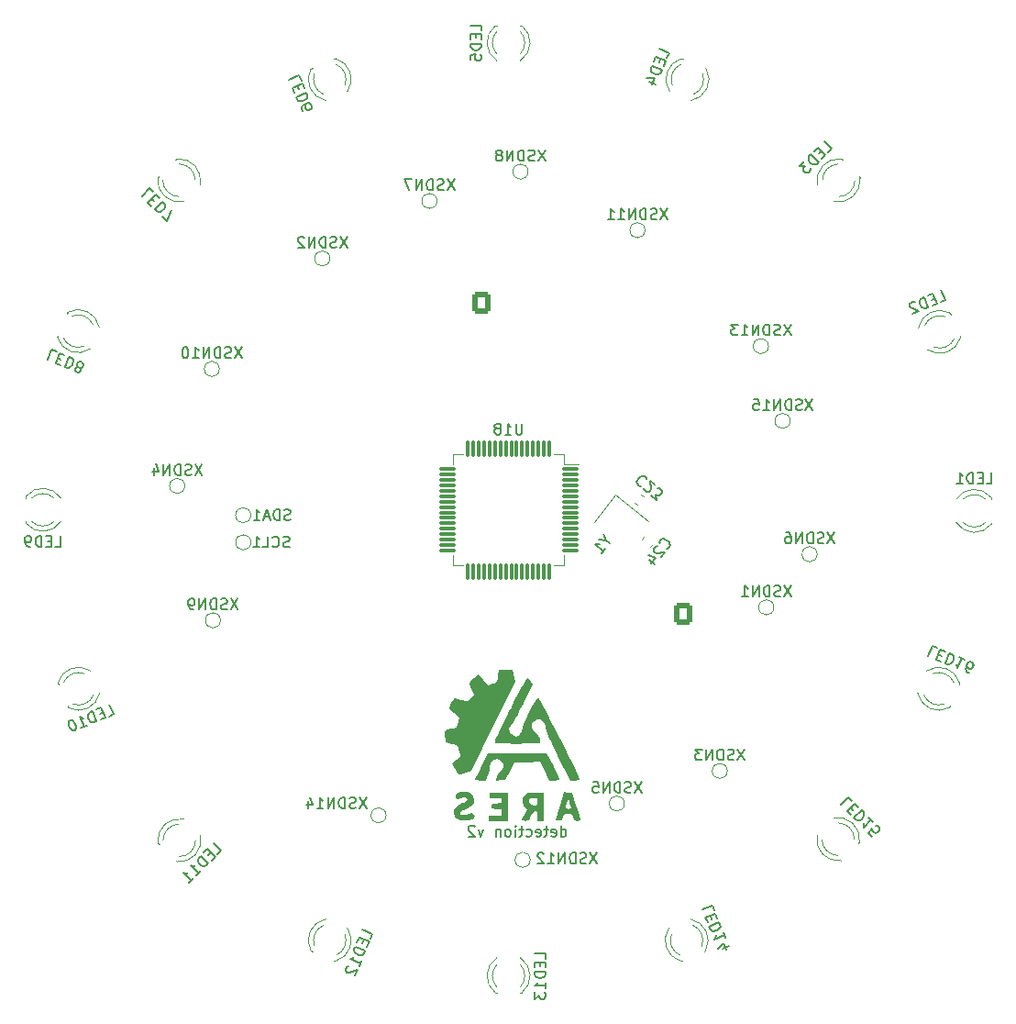
<source format=gbo>
G04 #@! TF.GenerationSoftware,KiCad,Pcbnew,(6.0.8)*
G04 #@! TF.CreationDate,2022-11-17T16:59:53+01:00*
G04 #@! TF.ProjectId,detection_pcb,64657465-6374-4696-9f6e-5f7063622e6b,rev?*
G04 #@! TF.SameCoordinates,Original*
G04 #@! TF.FileFunction,Legend,Bot*
G04 #@! TF.FilePolarity,Positive*
%FSLAX46Y46*%
G04 Gerber Fmt 4.6, Leading zero omitted, Abs format (unit mm)*
G04 Created by KiCad (PCBNEW (6.0.8)) date 2022-11-17 16:59:53*
%MOMM*%
%LPD*%
G01*
G04 APERTURE LIST*
G04 Aperture macros list*
%AMRoundRect*
0 Rectangle with rounded corners*
0 $1 Rounding radius*
0 $2 $3 $4 $5 $6 $7 $8 $9 X,Y pos of 4 corners*
0 Add a 4 corners polygon primitive as box body*
4,1,4,$2,$3,$4,$5,$6,$7,$8,$9,$2,$3,0*
0 Add four circle primitives for the rounded corners*
1,1,$1+$1,$2,$3*
1,1,$1+$1,$4,$5*
1,1,$1+$1,$6,$7*
1,1,$1+$1,$8,$9*
0 Add four rect primitives between the rounded corners*
20,1,$1+$1,$2,$3,$4,$5,0*
20,1,$1+$1,$4,$5,$6,$7,0*
20,1,$1+$1,$6,$7,$8,$9,0*
20,1,$1+$1,$8,$9,$2,$3,0*%
%AMHorizOval*
0 Thick line with rounded ends*
0 $1 width*
0 $2 $3 position (X,Y) of the first rounded end (center of the circle)*
0 $4 $5 position (X,Y) of the second rounded end (center of the circle)*
0 Add line between two ends*
20,1,$1,$2,$3,$4,$5,0*
0 Add two circle primitives to create the rounded ends*
1,1,$1,$2,$3*
1,1,$1,$4,$5*%
%AMRotRect*
0 Rectangle, with rotation*
0 The origin of the aperture is its center*
0 $1 length*
0 $2 width*
0 $3 Rotation angle, in degrees counterclockwise*
0 Add horizontal line*
21,1,$1,$2,0,0,$3*%
G04 Aperture macros list end*
%ADD10C,0.150000*%
%ADD11C,0.120000*%
%ADD12RoundRect,0.250000X-0.600000X-0.750000X0.600000X-0.750000X0.600000X0.750000X-0.600000X0.750000X0*%
%ADD13O,1.700000X2.000000*%
%ADD14RotRect,1.700000X1.700000X157.500000*%
%ADD15HorizOval,1.700000X0.000000X0.000000X0.000000X0.000000X0*%
%ADD16RotRect,1.700000X1.700000X22.500000*%
%ADD17HorizOval,1.700000X0.000000X0.000000X0.000000X0.000000X0*%
%ADD18C,6.000000*%
%ADD19RotRect,1.700000X1.700000X45.000000*%
%ADD20HorizOval,1.700000X0.000000X0.000000X0.000000X0.000000X0*%
%ADD21RotRect,1.700000X1.700000X67.500000*%
%ADD22HorizOval,1.700000X0.000000X0.000000X0.000000X0.000000X0*%
%ADD23R,1.700000X1.700000*%
%ADD24O,1.700000X1.700000*%
%ADD25RotRect,1.700000X1.700000X292.500000*%
%ADD26HorizOval,1.700000X0.000000X0.000000X0.000000X0.000000X0*%
%ADD27RotRect,1.700000X1.700000X202.500000*%
%ADD28HorizOval,1.700000X0.000000X0.000000X0.000000X0.000000X0*%
%ADD29RotRect,1.700000X1.700000X112.500000*%
%ADD30HorizOval,1.700000X0.000000X0.000000X0.000000X0.000000X0*%
%ADD31RotRect,1.700000X1.700000X225.000000*%
%ADD32HorizOval,1.700000X0.000000X0.000000X0.000000X0.000000X0*%
%ADD33RotRect,1.700000X1.700000X135.000000*%
%ADD34HorizOval,1.700000X0.000000X0.000000X0.000000X0.000000X0*%
%ADD35RotRect,1.700000X1.700000X247.500000*%
%ADD36HorizOval,1.700000X0.000000X0.000000X0.000000X0.000000X0*%
%ADD37RotRect,1.700000X1.700000X315.000000*%
%ADD38HorizOval,1.700000X0.000000X0.000000X0.000000X0.000000X0*%
%ADD39RotRect,1.700000X1.700000X337.500000*%
%ADD40HorizOval,1.700000X0.000000X0.000000X0.000000X0.000000X0*%
%ADD41RotRect,1.800000X1.800000X45.000000*%
%ADD42C,1.800000*%
%ADD43C,1.000000*%
%ADD44R,1.800000X1.800000*%
%ADD45RoundRect,0.237500X-0.382607X0.004224X0.083680X-0.373368X0.382607X-0.004224X-0.083680X0.373368X0*%
%ADD46RotRect,1.800000X1.800000X337.500000*%
%ADD47RotRect,1.800000X1.800000X112.500000*%
%ADD48RotRect,1.800000X1.800000X315.000000*%
%ADD49RotRect,1.800000X1.800000X157.500000*%
%ADD50RotRect,1.300000X1.000000X321.000000*%
%ADD51RotRect,1.800000X1.800000X225.000000*%
%ADD52RotRect,1.800000X1.800000X292.500000*%
%ADD53RoundRect,0.075000X0.700000X0.075000X-0.700000X0.075000X-0.700000X-0.075000X0.700000X-0.075000X0*%
%ADD54RoundRect,0.075000X0.075000X0.700000X-0.075000X0.700000X-0.075000X-0.700000X0.075000X-0.700000X0*%
%ADD55RotRect,1.800000X1.800000X202.500000*%
%ADD56RotRect,1.800000X1.800000X67.500000*%
%ADD57RotRect,1.800000X1.800000X247.500000*%
%ADD58RotRect,1.800000X1.800000X22.500000*%
%ADD59RotRect,1.800000X1.800000X135.000000*%
%ADD60RoundRect,0.237500X-0.004224X-0.382607X0.373368X0.083680X0.004224X0.382607X-0.373368X-0.083680X0*%
G04 APERTURE END LIST*
D10*
X154823809Y-132152380D02*
X154823809Y-131152380D01*
X154823809Y-132104761D02*
X154919047Y-132152380D01*
X155109523Y-132152380D01*
X155204761Y-132104761D01*
X155252380Y-132057142D01*
X155300000Y-131961904D01*
X155300000Y-131676190D01*
X155252380Y-131580952D01*
X155204761Y-131533333D01*
X155109523Y-131485714D01*
X154919047Y-131485714D01*
X154823809Y-131533333D01*
X153966666Y-132104761D02*
X154061904Y-132152380D01*
X154252380Y-132152380D01*
X154347619Y-132104761D01*
X154395238Y-132009523D01*
X154395238Y-131628571D01*
X154347619Y-131533333D01*
X154252380Y-131485714D01*
X154061904Y-131485714D01*
X153966666Y-131533333D01*
X153919047Y-131628571D01*
X153919047Y-131723809D01*
X154395238Y-131819047D01*
X153633333Y-131485714D02*
X153252380Y-131485714D01*
X153490476Y-131152380D02*
X153490476Y-132009523D01*
X153442857Y-132104761D01*
X153347619Y-132152380D01*
X153252380Y-132152380D01*
X152538095Y-132104761D02*
X152633333Y-132152380D01*
X152823809Y-132152380D01*
X152919047Y-132104761D01*
X152966666Y-132009523D01*
X152966666Y-131628571D01*
X152919047Y-131533333D01*
X152823809Y-131485714D01*
X152633333Y-131485714D01*
X152538095Y-131533333D01*
X152490476Y-131628571D01*
X152490476Y-131723809D01*
X152966666Y-131819047D01*
X151633333Y-132104761D02*
X151728571Y-132152380D01*
X151919047Y-132152380D01*
X152014285Y-132104761D01*
X152061904Y-132057142D01*
X152109523Y-131961904D01*
X152109523Y-131676190D01*
X152061904Y-131580952D01*
X152014285Y-131533333D01*
X151919047Y-131485714D01*
X151728571Y-131485714D01*
X151633333Y-131533333D01*
X151347619Y-131485714D02*
X150966666Y-131485714D01*
X151204761Y-131152380D02*
X151204761Y-132009523D01*
X151157142Y-132104761D01*
X151061904Y-132152380D01*
X150966666Y-132152380D01*
X150633333Y-132152380D02*
X150633333Y-131485714D01*
X150633333Y-131152380D02*
X150680952Y-131200000D01*
X150633333Y-131247619D01*
X150585714Y-131200000D01*
X150633333Y-131152380D01*
X150633333Y-131247619D01*
X150014285Y-132152380D02*
X150109523Y-132104761D01*
X150157142Y-132057142D01*
X150204761Y-131961904D01*
X150204761Y-131676190D01*
X150157142Y-131580952D01*
X150109523Y-131533333D01*
X150014285Y-131485714D01*
X149871428Y-131485714D01*
X149776190Y-131533333D01*
X149728571Y-131580952D01*
X149680952Y-131676190D01*
X149680952Y-131961904D01*
X149728571Y-132057142D01*
X149776190Y-132104761D01*
X149871428Y-132152380D01*
X150014285Y-132152380D01*
X149252380Y-131485714D02*
X149252380Y-132152380D01*
X149252380Y-131580952D02*
X149204761Y-131533333D01*
X149109523Y-131485714D01*
X148966666Y-131485714D01*
X148871428Y-131533333D01*
X148823809Y-131628571D01*
X148823809Y-132152380D01*
X147680952Y-131485714D02*
X147442857Y-132152380D01*
X147204761Y-131485714D01*
X146871428Y-131247619D02*
X146823809Y-131200000D01*
X146728571Y-131152380D01*
X146490476Y-131152380D01*
X146395238Y-131200000D01*
X146347619Y-131247619D01*
X146300000Y-131342857D01*
X146300000Y-131438095D01*
X146347619Y-131580952D01*
X146919047Y-132152380D01*
X146300000Y-132152380D01*
X123138947Y-133786887D02*
X123475664Y-133450170D01*
X122768558Y-132743063D01*
X122532855Y-133652200D02*
X122297153Y-133887903D01*
X122566527Y-134359307D02*
X122903245Y-134022590D01*
X122196138Y-133315483D01*
X121859420Y-133652200D01*
X122263481Y-134662353D02*
X121556374Y-133955246D01*
X121388016Y-134123605D01*
X121320672Y-134258292D01*
X121320672Y-134392979D01*
X121354344Y-134493994D01*
X121455359Y-134662353D01*
X121556374Y-134763368D01*
X121724733Y-134864384D01*
X121825749Y-134898055D01*
X121960436Y-134898055D01*
X122095123Y-134830712D01*
X122263481Y-134662353D01*
X121185985Y-135739849D02*
X121590046Y-135335788D01*
X121388016Y-135537819D02*
X120680909Y-134830712D01*
X120849268Y-134864384D01*
X120983955Y-134864384D01*
X121084970Y-134830712D01*
X120512550Y-136413284D02*
X120916611Y-136009223D01*
X120714581Y-136211254D02*
X120007474Y-135504147D01*
X120175833Y-135537819D01*
X120310520Y-135537819D01*
X120411535Y-135504147D01*
X129840476Y-102904761D02*
X129697619Y-102952380D01*
X129459523Y-102952380D01*
X129364285Y-102904761D01*
X129316666Y-102857142D01*
X129269047Y-102761904D01*
X129269047Y-102666666D01*
X129316666Y-102571428D01*
X129364285Y-102523809D01*
X129459523Y-102476190D01*
X129650000Y-102428571D01*
X129745238Y-102380952D01*
X129792857Y-102333333D01*
X129840476Y-102238095D01*
X129840476Y-102142857D01*
X129792857Y-102047619D01*
X129745238Y-102000000D01*
X129650000Y-101952380D01*
X129411904Y-101952380D01*
X129269047Y-102000000D01*
X128840476Y-102952380D02*
X128840476Y-101952380D01*
X128602380Y-101952380D01*
X128459523Y-102000000D01*
X128364285Y-102095238D01*
X128316666Y-102190476D01*
X128269047Y-102380952D01*
X128269047Y-102523809D01*
X128316666Y-102714285D01*
X128364285Y-102809523D01*
X128459523Y-102904761D01*
X128602380Y-102952380D01*
X128840476Y-102952380D01*
X127888095Y-102666666D02*
X127411904Y-102666666D01*
X127983333Y-102952380D02*
X127650000Y-101952380D01*
X127316666Y-102952380D01*
X126459523Y-102952380D02*
X127030952Y-102952380D01*
X126745238Y-102952380D02*
X126745238Y-101952380D01*
X126840476Y-102095238D01*
X126935714Y-102190476D01*
X127030952Y-102238095D01*
X153412380Y-143409761D02*
X153412380Y-142933571D01*
X152412380Y-142933571D01*
X152888571Y-143743095D02*
X152888571Y-144076428D01*
X153412380Y-144219285D02*
X153412380Y-143743095D01*
X152412380Y-143743095D01*
X152412380Y-144219285D01*
X153412380Y-144647857D02*
X152412380Y-144647857D01*
X152412380Y-144885952D01*
X152460000Y-145028809D01*
X152555238Y-145124047D01*
X152650476Y-145171666D01*
X152840952Y-145219285D01*
X152983809Y-145219285D01*
X153174285Y-145171666D01*
X153269523Y-145124047D01*
X153364761Y-145028809D01*
X153412380Y-144885952D01*
X153412380Y-144647857D01*
X153412380Y-146171666D02*
X153412380Y-145600238D01*
X153412380Y-145885952D02*
X152412380Y-145885952D01*
X152555238Y-145790714D01*
X152650476Y-145695476D01*
X152698095Y-145600238D01*
X152412380Y-146505000D02*
X152412380Y-147124047D01*
X152793333Y-146790714D01*
X152793333Y-146933571D01*
X152840952Y-147028809D01*
X152888571Y-147076428D01*
X152983809Y-147124047D01*
X153221904Y-147124047D01*
X153317142Y-147076428D01*
X153364761Y-147028809D01*
X153412380Y-146933571D01*
X153412380Y-146647857D01*
X153364761Y-146552619D01*
X153317142Y-146505000D01*
X135109523Y-76804380D02*
X134442857Y-77804380D01*
X134442857Y-76804380D02*
X135109523Y-77804380D01*
X134109523Y-77756761D02*
X133966666Y-77804380D01*
X133728571Y-77804380D01*
X133633333Y-77756761D01*
X133585714Y-77709142D01*
X133538095Y-77613904D01*
X133538095Y-77518666D01*
X133585714Y-77423428D01*
X133633333Y-77375809D01*
X133728571Y-77328190D01*
X133919047Y-77280571D01*
X134014285Y-77232952D01*
X134061904Y-77185333D01*
X134109523Y-77090095D01*
X134109523Y-76994857D01*
X134061904Y-76899619D01*
X134014285Y-76852000D01*
X133919047Y-76804380D01*
X133680952Y-76804380D01*
X133538095Y-76852000D01*
X133109523Y-77804380D02*
X133109523Y-76804380D01*
X132871428Y-76804380D01*
X132728571Y-76852000D01*
X132633333Y-76947238D01*
X132585714Y-77042476D01*
X132538095Y-77232952D01*
X132538095Y-77375809D01*
X132585714Y-77566285D01*
X132633333Y-77661523D01*
X132728571Y-77756761D01*
X132871428Y-77804380D01*
X133109523Y-77804380D01*
X132109523Y-77804380D02*
X132109523Y-76804380D01*
X131538095Y-77804380D01*
X131538095Y-76804380D01*
X131109523Y-76899619D02*
X131061904Y-76852000D01*
X130966666Y-76804380D01*
X130728571Y-76804380D01*
X130633333Y-76852000D01*
X130585714Y-76899619D01*
X130538095Y-76994857D01*
X130538095Y-77090095D01*
X130585714Y-77232952D01*
X131157142Y-77804380D01*
X130538095Y-77804380D01*
X162725163Y-99167884D02*
X162718124Y-99100910D01*
X162637070Y-98974000D01*
X162563057Y-98914065D01*
X162422068Y-98861169D01*
X162288119Y-98875247D01*
X162191177Y-98919293D01*
X162034299Y-99037354D01*
X161944396Y-99148374D01*
X161861533Y-99326370D01*
X161838604Y-99430351D01*
X161852683Y-99564301D01*
X161933736Y-99691210D01*
X162007750Y-99751146D01*
X162148739Y-99804042D01*
X162215713Y-99797002D01*
X162511769Y-100036744D02*
X162518808Y-100103718D01*
X162562854Y-100200660D01*
X162747889Y-100350499D01*
X162851871Y-100373427D01*
X162918845Y-100366388D01*
X163015787Y-100322341D01*
X163075723Y-100248327D01*
X163128619Y-100107339D01*
X163044147Y-99303644D01*
X163525237Y-99693223D01*
X163154965Y-100680143D02*
X163636056Y-101069722D01*
X163616748Y-100563893D01*
X163727769Y-100653796D01*
X163831751Y-100676724D01*
X163898725Y-100669685D01*
X163995668Y-100625638D01*
X164145506Y-100440604D01*
X164168434Y-100336622D01*
X164161395Y-100269648D01*
X164117348Y-100172705D01*
X163895307Y-99992899D01*
X163791325Y-99969971D01*
X163724351Y-99977010D01*
X147492380Y-57775952D02*
X147492380Y-57299761D01*
X146492380Y-57299761D01*
X146968571Y-58109285D02*
X146968571Y-58442619D01*
X147492380Y-58585476D02*
X147492380Y-58109285D01*
X146492380Y-58109285D01*
X146492380Y-58585476D01*
X147492380Y-59014047D02*
X146492380Y-59014047D01*
X146492380Y-59252142D01*
X146540000Y-59395000D01*
X146635238Y-59490238D01*
X146730476Y-59537857D01*
X146920952Y-59585476D01*
X147063809Y-59585476D01*
X147254285Y-59537857D01*
X147349523Y-59490238D01*
X147444761Y-59395000D01*
X147492380Y-59252142D01*
X147492380Y-59014047D01*
X146492380Y-60490238D02*
X146492380Y-60014047D01*
X146968571Y-59966428D01*
X146920952Y-60014047D01*
X146873333Y-60109285D01*
X146873333Y-60347380D01*
X146920952Y-60442619D01*
X146968571Y-60490238D01*
X147063809Y-60537857D01*
X147301904Y-60537857D01*
X147397142Y-60490238D01*
X147444761Y-60442619D01*
X147492380Y-60347380D01*
X147492380Y-60109285D01*
X147444761Y-60014047D01*
X147397142Y-59966428D01*
X125385714Y-87004380D02*
X124719047Y-88004380D01*
X124719047Y-87004380D02*
X125385714Y-88004380D01*
X124385714Y-87956761D02*
X124242857Y-88004380D01*
X124004761Y-88004380D01*
X123909523Y-87956761D01*
X123861904Y-87909142D01*
X123814285Y-87813904D01*
X123814285Y-87718666D01*
X123861904Y-87623428D01*
X123909523Y-87575809D01*
X124004761Y-87528190D01*
X124195238Y-87480571D01*
X124290476Y-87432952D01*
X124338095Y-87385333D01*
X124385714Y-87290095D01*
X124385714Y-87194857D01*
X124338095Y-87099619D01*
X124290476Y-87052000D01*
X124195238Y-87004380D01*
X123957142Y-87004380D01*
X123814285Y-87052000D01*
X123385714Y-88004380D02*
X123385714Y-87004380D01*
X123147619Y-87004380D01*
X123004761Y-87052000D01*
X122909523Y-87147238D01*
X122861904Y-87242476D01*
X122814285Y-87432952D01*
X122814285Y-87575809D01*
X122861904Y-87766285D01*
X122909523Y-87861523D01*
X123004761Y-87956761D01*
X123147619Y-88004380D01*
X123385714Y-88004380D01*
X122385714Y-88004380D02*
X122385714Y-87004380D01*
X121814285Y-88004380D01*
X121814285Y-87004380D01*
X120814285Y-88004380D02*
X121385714Y-88004380D01*
X121100000Y-88004380D02*
X121100000Y-87004380D01*
X121195238Y-87147238D01*
X121290476Y-87242476D01*
X121385714Y-87290095D01*
X120195238Y-87004380D02*
X120100000Y-87004380D01*
X120004761Y-87052000D01*
X119957142Y-87099619D01*
X119909523Y-87194857D01*
X119861904Y-87385333D01*
X119861904Y-87623428D01*
X119909523Y-87813904D01*
X119957142Y-87909142D01*
X120004761Y-87956761D01*
X120100000Y-88004380D01*
X120195238Y-88004380D01*
X120290476Y-87956761D01*
X120338095Y-87909142D01*
X120385714Y-87813904D01*
X120433333Y-87623428D01*
X120433333Y-87385333D01*
X120385714Y-87194857D01*
X120338095Y-87099619D01*
X120290476Y-87052000D01*
X120195238Y-87004380D01*
X194124047Y-99592380D02*
X194600238Y-99592380D01*
X194600238Y-98592380D01*
X193790714Y-99068571D02*
X193457380Y-99068571D01*
X193314523Y-99592380D02*
X193790714Y-99592380D01*
X193790714Y-98592380D01*
X193314523Y-98592380D01*
X192885952Y-99592380D02*
X192885952Y-98592380D01*
X192647857Y-98592380D01*
X192505000Y-98640000D01*
X192409761Y-98735238D01*
X192362142Y-98830476D01*
X192314523Y-99020952D01*
X192314523Y-99163809D01*
X192362142Y-99354285D01*
X192409761Y-99449523D01*
X192505000Y-99544761D01*
X192647857Y-99592380D01*
X192885952Y-99592380D01*
X191362142Y-99592380D02*
X191933571Y-99592380D01*
X191647857Y-99592380D02*
X191647857Y-98592380D01*
X191743095Y-98735238D01*
X191838333Y-98830476D01*
X191933571Y-98878095D01*
X108254837Y-87402488D02*
X107814894Y-87220258D01*
X107432211Y-88144137D01*
X108362344Y-88013986D02*
X108670303Y-88141547D01*
X109002739Y-87712279D02*
X108562797Y-87530049D01*
X108180113Y-88453929D01*
X108620056Y-88636159D01*
X109398688Y-87876287D02*
X109016004Y-88800166D01*
X109235976Y-88891281D01*
X109386182Y-88901956D01*
X109510616Y-88850413D01*
X109591056Y-88780648D01*
X109707943Y-88622894D01*
X109762612Y-88490911D01*
X109791510Y-88296711D01*
X109783961Y-88190500D01*
X109732419Y-88066065D01*
X109618659Y-87967402D01*
X109398688Y-87876287D01*
X110235874Y-88841570D02*
X110129662Y-88849118D01*
X110067445Y-88874890D01*
X109987005Y-88944655D01*
X109968782Y-88988649D01*
X109976330Y-89094861D01*
X110002101Y-89157078D01*
X110071867Y-89237519D01*
X110247844Y-89310411D01*
X110354055Y-89302862D01*
X110416273Y-89277091D01*
X110496713Y-89207326D01*
X110514936Y-89163331D01*
X110507388Y-89057120D01*
X110481616Y-88994903D01*
X110411851Y-88914462D01*
X110235874Y-88841570D01*
X110166108Y-88761130D01*
X110140337Y-88698913D01*
X110132789Y-88592701D01*
X110205681Y-88416724D01*
X110286121Y-88346959D01*
X110348339Y-88321187D01*
X110454550Y-88313639D01*
X110630527Y-88386531D01*
X110700293Y-88466971D01*
X110726064Y-88529189D01*
X110733612Y-88635400D01*
X110660720Y-88811377D01*
X110580280Y-88881143D01*
X110518063Y-88906914D01*
X110411851Y-88914462D01*
X171809523Y-124104380D02*
X171142857Y-125104380D01*
X171142857Y-124104380D02*
X171809523Y-125104380D01*
X170809523Y-125056761D02*
X170666666Y-125104380D01*
X170428571Y-125104380D01*
X170333333Y-125056761D01*
X170285714Y-125009142D01*
X170238095Y-124913904D01*
X170238095Y-124818666D01*
X170285714Y-124723428D01*
X170333333Y-124675809D01*
X170428571Y-124628190D01*
X170619047Y-124580571D01*
X170714285Y-124532952D01*
X170761904Y-124485333D01*
X170809523Y-124390095D01*
X170809523Y-124294857D01*
X170761904Y-124199619D01*
X170714285Y-124152000D01*
X170619047Y-124104380D01*
X170380952Y-124104380D01*
X170238095Y-124152000D01*
X169809523Y-125104380D02*
X169809523Y-124104380D01*
X169571428Y-124104380D01*
X169428571Y-124152000D01*
X169333333Y-124247238D01*
X169285714Y-124342476D01*
X169238095Y-124532952D01*
X169238095Y-124675809D01*
X169285714Y-124866285D01*
X169333333Y-124961523D01*
X169428571Y-125056761D01*
X169571428Y-125104380D01*
X169809523Y-125104380D01*
X168809523Y-125104380D02*
X168809523Y-124104380D01*
X168238095Y-125104380D01*
X168238095Y-124104380D01*
X167857142Y-124104380D02*
X167238095Y-124104380D01*
X167571428Y-124485333D01*
X167428571Y-124485333D01*
X167333333Y-124532952D01*
X167285714Y-124580571D01*
X167238095Y-124675809D01*
X167238095Y-124913904D01*
X167285714Y-125009142D01*
X167333333Y-125056761D01*
X167428571Y-125104380D01*
X167714285Y-125104380D01*
X167809523Y-125056761D01*
X167857142Y-125009142D01*
X158185714Y-133652380D02*
X157519047Y-134652380D01*
X157519047Y-133652380D02*
X158185714Y-134652380D01*
X157185714Y-134604761D02*
X157042857Y-134652380D01*
X156804761Y-134652380D01*
X156709523Y-134604761D01*
X156661904Y-134557142D01*
X156614285Y-134461904D01*
X156614285Y-134366666D01*
X156661904Y-134271428D01*
X156709523Y-134223809D01*
X156804761Y-134176190D01*
X156995238Y-134128571D01*
X157090476Y-134080952D01*
X157138095Y-134033333D01*
X157185714Y-133938095D01*
X157185714Y-133842857D01*
X157138095Y-133747619D01*
X157090476Y-133700000D01*
X156995238Y-133652380D01*
X156757142Y-133652380D01*
X156614285Y-133700000D01*
X156185714Y-134652380D02*
X156185714Y-133652380D01*
X155947619Y-133652380D01*
X155804761Y-133700000D01*
X155709523Y-133795238D01*
X155661904Y-133890476D01*
X155614285Y-134080952D01*
X155614285Y-134223809D01*
X155661904Y-134414285D01*
X155709523Y-134509523D01*
X155804761Y-134604761D01*
X155947619Y-134652380D01*
X156185714Y-134652380D01*
X155185714Y-134652380D02*
X155185714Y-133652380D01*
X154614285Y-134652380D01*
X154614285Y-133652380D01*
X153614285Y-134652380D02*
X154185714Y-134652380D01*
X153900000Y-134652380D02*
X153900000Y-133652380D01*
X153995238Y-133795238D01*
X154090476Y-133890476D01*
X154185714Y-133938095D01*
X153233333Y-133747619D02*
X153185714Y-133700000D01*
X153090476Y-133652380D01*
X152852380Y-133652380D01*
X152757142Y-133700000D01*
X152709523Y-133747619D01*
X152661904Y-133842857D01*
X152661904Y-133938095D01*
X152709523Y-134080952D01*
X153280952Y-134652380D01*
X152661904Y-134652380D01*
X168981149Y-138947003D02*
X168798919Y-138507060D01*
X167875039Y-138889744D01*
X168624773Y-139455416D02*
X168752334Y-139763376D01*
X169290940Y-139694905D02*
X169108710Y-139254963D01*
X168184830Y-139637646D01*
X168367061Y-140077589D01*
X169454947Y-140090854D02*
X168531068Y-140473537D01*
X168622183Y-140693509D01*
X168720846Y-140807268D01*
X168845281Y-140858811D01*
X168951492Y-140866359D01*
X169145692Y-140837461D01*
X169277675Y-140782792D01*
X169435429Y-140665906D01*
X169505195Y-140585466D01*
X169556737Y-140461031D01*
X169546062Y-140310825D01*
X169454947Y-140090854D01*
X170038084Y-141498670D02*
X169819408Y-140970739D01*
X169928746Y-141234705D02*
X169004866Y-141617388D01*
X169100403Y-141474731D01*
X169151946Y-141350296D01*
X169159494Y-141244084D01*
X169750179Y-142545689D02*
X170366098Y-142290567D01*
X169307109Y-142471502D02*
X169875908Y-141978186D01*
X170112808Y-142550111D01*
X145009523Y-71504380D02*
X144342857Y-72504380D01*
X144342857Y-71504380D02*
X145009523Y-72504380D01*
X144009523Y-72456761D02*
X143866666Y-72504380D01*
X143628571Y-72504380D01*
X143533333Y-72456761D01*
X143485714Y-72409142D01*
X143438095Y-72313904D01*
X143438095Y-72218666D01*
X143485714Y-72123428D01*
X143533333Y-72075809D01*
X143628571Y-72028190D01*
X143819047Y-71980571D01*
X143914285Y-71932952D01*
X143961904Y-71885333D01*
X144009523Y-71790095D01*
X144009523Y-71694857D01*
X143961904Y-71599619D01*
X143914285Y-71552000D01*
X143819047Y-71504380D01*
X143580952Y-71504380D01*
X143438095Y-71552000D01*
X143009523Y-72504380D02*
X143009523Y-71504380D01*
X142771428Y-71504380D01*
X142628571Y-71552000D01*
X142533333Y-71647238D01*
X142485714Y-71742476D01*
X142438095Y-71932952D01*
X142438095Y-72075809D01*
X142485714Y-72266285D01*
X142533333Y-72361523D01*
X142628571Y-72456761D01*
X142771428Y-72504380D01*
X143009523Y-72504380D01*
X142009523Y-72504380D02*
X142009523Y-71504380D01*
X141438095Y-72504380D01*
X141438095Y-71504380D01*
X141057142Y-71504380D02*
X140390476Y-71504380D01*
X140819047Y-72504380D01*
X117181826Y-72695005D02*
X116845108Y-72358287D01*
X116138002Y-73065394D01*
X117047139Y-73301096D02*
X117282841Y-73536798D01*
X117754246Y-73267424D02*
X117417528Y-72930707D01*
X116710421Y-73637814D01*
X117047139Y-73974531D01*
X118057292Y-73570470D02*
X117350185Y-74277577D01*
X117518543Y-74445936D01*
X117653231Y-74513279D01*
X117787918Y-74513279D01*
X117888933Y-74479608D01*
X118057292Y-74378592D01*
X118158307Y-74277577D01*
X118259322Y-74109218D01*
X118292994Y-74008203D01*
X118292994Y-73873516D01*
X118225650Y-73738829D01*
X118057292Y-73570470D01*
X117989948Y-74917340D02*
X118461353Y-75388745D01*
X118865414Y-74378592D01*
X189558726Y-114750892D02*
X189118784Y-114568662D01*
X188736100Y-115492541D01*
X189666233Y-115362390D02*
X189974193Y-115489951D01*
X190306629Y-115060683D02*
X189866686Y-114878453D01*
X189484003Y-115802332D01*
X189923945Y-115984563D01*
X190702577Y-115224690D02*
X190319894Y-116148570D01*
X190539865Y-116239685D01*
X190690071Y-116250360D01*
X190814505Y-116198817D01*
X190894946Y-116129052D01*
X191011832Y-115971298D01*
X191066501Y-115839315D01*
X191095399Y-115645115D01*
X191087851Y-115538903D01*
X191036308Y-115414469D01*
X190922549Y-115315805D01*
X190702577Y-115224690D01*
X192110394Y-115807827D02*
X191582462Y-115589151D01*
X191846428Y-115698489D02*
X191463745Y-116622368D01*
X191430425Y-116453940D01*
X191378883Y-116329505D01*
X191309117Y-116249065D01*
X192519607Y-117059721D02*
X192343630Y-116986829D01*
X192273864Y-116906389D01*
X192248093Y-116844171D01*
X192214774Y-116675742D01*
X192243672Y-116481542D01*
X192389456Y-116129588D01*
X192469896Y-116059823D01*
X192532113Y-116034051D01*
X192638325Y-116026503D01*
X192814302Y-116099395D01*
X192884067Y-116179836D01*
X192909839Y-116242053D01*
X192917387Y-116348264D01*
X192826272Y-116568236D01*
X192745831Y-116638001D01*
X192683614Y-116663773D01*
X192577403Y-116671321D01*
X192401426Y-116598429D01*
X192331660Y-116517988D01*
X192305889Y-116455771D01*
X192298341Y-116349560D01*
X164685714Y-74204380D02*
X164019047Y-75204380D01*
X164019047Y-74204380D02*
X164685714Y-75204380D01*
X163685714Y-75156761D02*
X163542857Y-75204380D01*
X163304761Y-75204380D01*
X163209523Y-75156761D01*
X163161904Y-75109142D01*
X163114285Y-75013904D01*
X163114285Y-74918666D01*
X163161904Y-74823428D01*
X163209523Y-74775809D01*
X163304761Y-74728190D01*
X163495238Y-74680571D01*
X163590476Y-74632952D01*
X163638095Y-74585333D01*
X163685714Y-74490095D01*
X163685714Y-74394857D01*
X163638095Y-74299619D01*
X163590476Y-74252000D01*
X163495238Y-74204380D01*
X163257142Y-74204380D01*
X163114285Y-74252000D01*
X162685714Y-75204380D02*
X162685714Y-74204380D01*
X162447619Y-74204380D01*
X162304761Y-74252000D01*
X162209523Y-74347238D01*
X162161904Y-74442476D01*
X162114285Y-74632952D01*
X162114285Y-74775809D01*
X162161904Y-74966285D01*
X162209523Y-75061523D01*
X162304761Y-75156761D01*
X162447619Y-75204380D01*
X162685714Y-75204380D01*
X161685714Y-75204380D02*
X161685714Y-74204380D01*
X161114285Y-75204380D01*
X161114285Y-74204380D01*
X160114285Y-75204380D02*
X160685714Y-75204380D01*
X160400000Y-75204380D02*
X160400000Y-74204380D01*
X160495238Y-74347238D01*
X160590476Y-74442476D01*
X160685714Y-74490095D01*
X159161904Y-75204380D02*
X159733333Y-75204380D01*
X159447619Y-75204380D02*
X159447619Y-74204380D01*
X159542857Y-74347238D01*
X159638095Y-74442476D01*
X159733333Y-74490095D01*
X158981172Y-104814946D02*
X159351242Y-105114623D01*
X158783869Y-104226254D02*
X158981172Y-104814946D01*
X158364322Y-104744351D01*
X158602051Y-106039796D02*
X158961663Y-105595713D01*
X158781857Y-105817755D02*
X158004711Y-105188434D01*
X158175667Y-105204323D01*
X158309616Y-105190245D01*
X158406558Y-105146198D01*
X179495105Y-69033585D02*
X179831823Y-68696867D01*
X179124716Y-67989761D01*
X178889014Y-68898898D02*
X178653312Y-69134600D01*
X178922686Y-69606005D02*
X179259403Y-69269287D01*
X178552296Y-68562180D01*
X178215579Y-68898898D01*
X178619640Y-69909051D02*
X177912533Y-69201944D01*
X177744174Y-69370302D01*
X177676831Y-69504990D01*
X177676831Y-69639677D01*
X177710502Y-69740692D01*
X177811518Y-69909051D01*
X177912533Y-70010066D01*
X178080892Y-70111081D01*
X178181907Y-70144753D01*
X178316594Y-70144753D01*
X178451281Y-70077409D01*
X178619640Y-69909051D01*
X177272770Y-69841707D02*
X176835037Y-70279440D01*
X177340113Y-70313112D01*
X177239098Y-70414127D01*
X177205426Y-70515142D01*
X177205426Y-70582486D01*
X177239098Y-70683501D01*
X177407457Y-70851860D01*
X177508472Y-70885531D01*
X177575815Y-70885531D01*
X177676831Y-70851860D01*
X177878861Y-70649829D01*
X177912533Y-70548814D01*
X177912533Y-70481470D01*
X130856434Y-62373174D02*
X130674204Y-61933231D01*
X129750324Y-62315914D01*
X130500058Y-62881587D02*
X130627619Y-63189547D01*
X131166225Y-63121076D02*
X130983995Y-62681133D01*
X130060116Y-63063817D01*
X130242346Y-63503760D01*
X131330233Y-63517024D02*
X130406353Y-63899708D01*
X130497468Y-64119679D01*
X130596131Y-64233439D01*
X130720566Y-64284981D01*
X130826778Y-64292530D01*
X131020978Y-64263632D01*
X131152960Y-64208963D01*
X131310714Y-64092076D01*
X131380480Y-64011636D01*
X131432022Y-63887202D01*
X131421348Y-63736996D01*
X131330233Y-63517024D01*
X130953044Y-65219536D02*
X130880152Y-65043559D01*
X130887700Y-64937347D01*
X130913471Y-64875130D01*
X131009008Y-64732472D01*
X131166762Y-64615586D01*
X131518716Y-64469802D01*
X131624927Y-64477350D01*
X131687145Y-64503121D01*
X131767585Y-64572887D01*
X131840477Y-64748864D01*
X131832929Y-64855075D01*
X131807158Y-64917293D01*
X131737392Y-64997733D01*
X131517421Y-65088848D01*
X131411209Y-65081300D01*
X131348992Y-65055529D01*
X131268552Y-64985763D01*
X131195660Y-64809786D01*
X131203208Y-64703575D01*
X131228979Y-64641357D01*
X131298745Y-64560917D01*
X151238095Y-94052380D02*
X151238095Y-94861904D01*
X151190476Y-94957142D01*
X151142857Y-95004761D01*
X151047619Y-95052380D01*
X150857142Y-95052380D01*
X150761904Y-95004761D01*
X150714285Y-94957142D01*
X150666666Y-94861904D01*
X150666666Y-94052380D01*
X149666666Y-95052380D02*
X150238095Y-95052380D01*
X149952380Y-95052380D02*
X149952380Y-94052380D01*
X150047619Y-94195238D01*
X150142857Y-94290476D01*
X150238095Y-94338095D01*
X149095238Y-94480952D02*
X149190476Y-94433333D01*
X149238095Y-94385714D01*
X149285714Y-94290476D01*
X149285714Y-94242857D01*
X149238095Y-94147619D01*
X149190476Y-94100000D01*
X149095238Y-94052380D01*
X148904761Y-94052380D01*
X148809523Y-94100000D01*
X148761904Y-94147619D01*
X148714285Y-94242857D01*
X148714285Y-94290476D01*
X148761904Y-94385714D01*
X148809523Y-94433333D01*
X148904761Y-94480952D01*
X149095238Y-94480952D01*
X149190476Y-94528571D01*
X149238095Y-94576190D01*
X149285714Y-94671428D01*
X149285714Y-94861904D01*
X149238095Y-94957142D01*
X149190476Y-95004761D01*
X149095238Y-95052380D01*
X148904761Y-95052380D01*
X148809523Y-95004761D01*
X148761904Y-94957142D01*
X148714285Y-94861904D01*
X148714285Y-94671428D01*
X148761904Y-94576190D01*
X148809523Y-94528571D01*
X148904761Y-94480952D01*
X176085714Y-84904380D02*
X175419047Y-85904380D01*
X175419047Y-84904380D02*
X176085714Y-85904380D01*
X175085714Y-85856761D02*
X174942857Y-85904380D01*
X174704761Y-85904380D01*
X174609523Y-85856761D01*
X174561904Y-85809142D01*
X174514285Y-85713904D01*
X174514285Y-85618666D01*
X174561904Y-85523428D01*
X174609523Y-85475809D01*
X174704761Y-85428190D01*
X174895238Y-85380571D01*
X174990476Y-85332952D01*
X175038095Y-85285333D01*
X175085714Y-85190095D01*
X175085714Y-85094857D01*
X175038095Y-84999619D01*
X174990476Y-84952000D01*
X174895238Y-84904380D01*
X174657142Y-84904380D01*
X174514285Y-84952000D01*
X174085714Y-85904380D02*
X174085714Y-84904380D01*
X173847619Y-84904380D01*
X173704761Y-84952000D01*
X173609523Y-85047238D01*
X173561904Y-85142476D01*
X173514285Y-85332952D01*
X173514285Y-85475809D01*
X173561904Y-85666285D01*
X173609523Y-85761523D01*
X173704761Y-85856761D01*
X173847619Y-85904380D01*
X174085714Y-85904380D01*
X173085714Y-85904380D02*
X173085714Y-84904380D01*
X172514285Y-85904380D01*
X172514285Y-84904380D01*
X171514285Y-85904380D02*
X172085714Y-85904380D01*
X171800000Y-85904380D02*
X171800000Y-84904380D01*
X171895238Y-85047238D01*
X171990476Y-85142476D01*
X172085714Y-85190095D01*
X171180952Y-84904380D02*
X170561904Y-84904380D01*
X170895238Y-85285333D01*
X170752380Y-85285333D01*
X170657142Y-85332952D01*
X170609523Y-85380571D01*
X170561904Y-85475809D01*
X170561904Y-85713904D01*
X170609523Y-85809142D01*
X170657142Y-85856761D01*
X170752380Y-85904380D01*
X171038095Y-85904380D01*
X171133333Y-85856761D01*
X171180952Y-85809142D01*
X178085714Y-91804380D02*
X177419047Y-92804380D01*
X177419047Y-91804380D02*
X178085714Y-92804380D01*
X177085714Y-92756761D02*
X176942857Y-92804380D01*
X176704761Y-92804380D01*
X176609523Y-92756761D01*
X176561904Y-92709142D01*
X176514285Y-92613904D01*
X176514285Y-92518666D01*
X176561904Y-92423428D01*
X176609523Y-92375809D01*
X176704761Y-92328190D01*
X176895238Y-92280571D01*
X176990476Y-92232952D01*
X177038095Y-92185333D01*
X177085714Y-92090095D01*
X177085714Y-91994857D01*
X177038095Y-91899619D01*
X176990476Y-91852000D01*
X176895238Y-91804380D01*
X176657142Y-91804380D01*
X176514285Y-91852000D01*
X176085714Y-92804380D02*
X176085714Y-91804380D01*
X175847619Y-91804380D01*
X175704761Y-91852000D01*
X175609523Y-91947238D01*
X175561904Y-92042476D01*
X175514285Y-92232952D01*
X175514285Y-92375809D01*
X175561904Y-92566285D01*
X175609523Y-92661523D01*
X175704761Y-92756761D01*
X175847619Y-92804380D01*
X176085714Y-92804380D01*
X175085714Y-92804380D02*
X175085714Y-91804380D01*
X174514285Y-92804380D01*
X174514285Y-91804380D01*
X173514285Y-92804380D02*
X174085714Y-92804380D01*
X173800000Y-92804380D02*
X173800000Y-91804380D01*
X173895238Y-91947238D01*
X173990476Y-92042476D01*
X174085714Y-92090095D01*
X172609523Y-91804380D02*
X173085714Y-91804380D01*
X173133333Y-92280571D01*
X173085714Y-92232952D01*
X172990476Y-92185333D01*
X172752380Y-92185333D01*
X172657142Y-92232952D01*
X172609523Y-92280571D01*
X172561904Y-92375809D01*
X172561904Y-92613904D01*
X172609523Y-92709142D01*
X172657142Y-92756761D01*
X172752380Y-92804380D01*
X172990476Y-92804380D01*
X173085714Y-92756761D01*
X173133333Y-92709142D01*
X189875913Y-82841029D02*
X190315856Y-82658799D01*
X189933173Y-81734919D01*
X189367500Y-82484653D02*
X189059540Y-82612214D01*
X189128011Y-83150820D02*
X189567954Y-82968590D01*
X189185270Y-82044711D01*
X188745327Y-82226941D01*
X188732063Y-83314828D02*
X188349379Y-82390948D01*
X188129408Y-82482063D01*
X188015648Y-82580726D01*
X187964106Y-82705161D01*
X187956557Y-82811373D01*
X187985455Y-83005573D01*
X188040124Y-83137555D01*
X188157011Y-83295309D01*
X188237451Y-83365075D01*
X188361885Y-83416617D01*
X188512091Y-83405943D01*
X188732063Y-83314828D01*
X187505940Y-82843397D02*
X187443723Y-82817626D01*
X187337511Y-82810077D01*
X187117540Y-82901193D01*
X187047774Y-82981633D01*
X187022003Y-83043850D01*
X187014455Y-83150062D01*
X187050901Y-83238050D01*
X187149564Y-83351810D01*
X187896172Y-83661065D01*
X187324246Y-83897964D01*
X125009523Y-110204380D02*
X124342857Y-111204380D01*
X124342857Y-110204380D02*
X125009523Y-111204380D01*
X124009523Y-111156761D02*
X123866666Y-111204380D01*
X123628571Y-111204380D01*
X123533333Y-111156761D01*
X123485714Y-111109142D01*
X123438095Y-111013904D01*
X123438095Y-110918666D01*
X123485714Y-110823428D01*
X123533333Y-110775809D01*
X123628571Y-110728190D01*
X123819047Y-110680571D01*
X123914285Y-110632952D01*
X123961904Y-110585333D01*
X124009523Y-110490095D01*
X124009523Y-110394857D01*
X123961904Y-110299619D01*
X123914285Y-110252000D01*
X123819047Y-110204380D01*
X123580952Y-110204380D01*
X123438095Y-110252000D01*
X123009523Y-111204380D02*
X123009523Y-110204380D01*
X122771428Y-110204380D01*
X122628571Y-110252000D01*
X122533333Y-110347238D01*
X122485714Y-110442476D01*
X122438095Y-110632952D01*
X122438095Y-110775809D01*
X122485714Y-110966285D01*
X122533333Y-111061523D01*
X122628571Y-111156761D01*
X122771428Y-111204380D01*
X123009523Y-111204380D01*
X122009523Y-111204380D02*
X122009523Y-110204380D01*
X121438095Y-111204380D01*
X121438095Y-110204380D01*
X120914285Y-111204380D02*
X120723809Y-111204380D01*
X120628571Y-111156761D01*
X120580952Y-111109142D01*
X120485714Y-110966285D01*
X120438095Y-110775809D01*
X120438095Y-110394857D01*
X120485714Y-110299619D01*
X120533333Y-110252000D01*
X120628571Y-110204380D01*
X120819047Y-110204380D01*
X120914285Y-110252000D01*
X120961904Y-110299619D01*
X121009523Y-110394857D01*
X121009523Y-110632952D01*
X120961904Y-110728190D01*
X120914285Y-110775809D01*
X120819047Y-110823428D01*
X120628571Y-110823428D01*
X120533333Y-110775809D01*
X120485714Y-110728190D01*
X120438095Y-110632952D01*
X136885714Y-128552380D02*
X136219047Y-129552380D01*
X136219047Y-128552380D02*
X136885714Y-129552380D01*
X135885714Y-129504761D02*
X135742857Y-129552380D01*
X135504761Y-129552380D01*
X135409523Y-129504761D01*
X135361904Y-129457142D01*
X135314285Y-129361904D01*
X135314285Y-129266666D01*
X135361904Y-129171428D01*
X135409523Y-129123809D01*
X135504761Y-129076190D01*
X135695238Y-129028571D01*
X135790476Y-128980952D01*
X135838095Y-128933333D01*
X135885714Y-128838095D01*
X135885714Y-128742857D01*
X135838095Y-128647619D01*
X135790476Y-128600000D01*
X135695238Y-128552380D01*
X135457142Y-128552380D01*
X135314285Y-128600000D01*
X134885714Y-129552380D02*
X134885714Y-128552380D01*
X134647619Y-128552380D01*
X134504761Y-128600000D01*
X134409523Y-128695238D01*
X134361904Y-128790476D01*
X134314285Y-128980952D01*
X134314285Y-129123809D01*
X134361904Y-129314285D01*
X134409523Y-129409523D01*
X134504761Y-129504761D01*
X134647619Y-129552380D01*
X134885714Y-129552380D01*
X133885714Y-129552380D02*
X133885714Y-128552380D01*
X133314285Y-129552380D01*
X133314285Y-128552380D01*
X132314285Y-129552380D02*
X132885714Y-129552380D01*
X132600000Y-129552380D02*
X132600000Y-128552380D01*
X132695238Y-128695238D01*
X132790476Y-128790476D01*
X132885714Y-128838095D01*
X131457142Y-128885714D02*
X131457142Y-129552380D01*
X131695238Y-128504761D02*
X131933333Y-129219047D01*
X131314285Y-129219047D01*
X137249107Y-141558726D02*
X137431337Y-141118784D01*
X136507458Y-140736100D01*
X136637609Y-141666233D02*
X136510048Y-141974193D01*
X136939316Y-142306629D02*
X137121546Y-141866686D01*
X136197667Y-141484003D01*
X136015436Y-141923945D01*
X136775309Y-142702577D02*
X135851429Y-142319894D01*
X135760314Y-142539865D01*
X135749639Y-142690071D01*
X135801182Y-142814505D01*
X135870947Y-142894946D01*
X136028701Y-143011832D01*
X136160684Y-143066501D01*
X136354884Y-143095399D01*
X136461096Y-143087851D01*
X136585530Y-143036308D01*
X136684194Y-142922549D01*
X136775309Y-142702577D01*
X136192172Y-144110394D02*
X136410848Y-143582462D01*
X136301510Y-143846428D02*
X135377631Y-143463745D01*
X135546059Y-143430425D01*
X135670494Y-143378883D01*
X135750934Y-143309117D01*
X135210497Y-144116110D02*
X135148280Y-144141882D01*
X135067839Y-144211647D01*
X134976724Y-144431618D01*
X134984272Y-144537830D01*
X135010044Y-144600047D01*
X135079809Y-144680488D01*
X135167798Y-144716934D01*
X135318003Y-144727608D01*
X136064611Y-144418353D01*
X135827712Y-144990279D01*
X180109523Y-104104380D02*
X179442857Y-105104380D01*
X179442857Y-104104380D02*
X180109523Y-105104380D01*
X179109523Y-105056761D02*
X178966666Y-105104380D01*
X178728571Y-105104380D01*
X178633333Y-105056761D01*
X178585714Y-105009142D01*
X178538095Y-104913904D01*
X178538095Y-104818666D01*
X178585714Y-104723428D01*
X178633333Y-104675809D01*
X178728571Y-104628190D01*
X178919047Y-104580571D01*
X179014285Y-104532952D01*
X179061904Y-104485333D01*
X179109523Y-104390095D01*
X179109523Y-104294857D01*
X179061904Y-104199619D01*
X179014285Y-104152000D01*
X178919047Y-104104380D01*
X178680952Y-104104380D01*
X178538095Y-104152000D01*
X178109523Y-105104380D02*
X178109523Y-104104380D01*
X177871428Y-104104380D01*
X177728571Y-104152000D01*
X177633333Y-104247238D01*
X177585714Y-104342476D01*
X177538095Y-104532952D01*
X177538095Y-104675809D01*
X177585714Y-104866285D01*
X177633333Y-104961523D01*
X177728571Y-105056761D01*
X177871428Y-105104380D01*
X178109523Y-105104380D01*
X177109523Y-105104380D02*
X177109523Y-104104380D01*
X176538095Y-105104380D01*
X176538095Y-104104380D01*
X175633333Y-104104380D02*
X175823809Y-104104380D01*
X175919047Y-104152000D01*
X175966666Y-104199619D01*
X176061904Y-104342476D01*
X176109523Y-104532952D01*
X176109523Y-104913904D01*
X176061904Y-105009142D01*
X176014285Y-105056761D01*
X175919047Y-105104380D01*
X175728571Y-105104380D01*
X175633333Y-105056761D01*
X175585714Y-105009142D01*
X175538095Y-104913904D01*
X175538095Y-104675809D01*
X175585714Y-104580571D01*
X175633333Y-104532952D01*
X175728571Y-104485333D01*
X175919047Y-104485333D01*
X176014285Y-104532952D01*
X176061904Y-104580571D01*
X176109523Y-104675809D01*
X164625495Y-60279837D02*
X164807725Y-59839894D01*
X163883846Y-59457211D01*
X164013997Y-60387344D02*
X163886436Y-60695303D01*
X164315704Y-61027739D02*
X164497934Y-60587797D01*
X163574054Y-60205113D01*
X163391824Y-60645056D01*
X164151696Y-61423688D02*
X163227817Y-61041004D01*
X163136702Y-61260976D01*
X163126027Y-61411182D01*
X163177570Y-61535616D01*
X163247335Y-61616056D01*
X163405089Y-61732943D01*
X163537072Y-61787612D01*
X163731272Y-61816510D01*
X163837483Y-61808961D01*
X163961918Y-61757419D01*
X164060581Y-61643659D01*
X164151696Y-61423688D01*
X162989086Y-62488393D02*
X163605006Y-62743516D01*
X162728247Y-62122638D02*
X163479276Y-62176012D01*
X163242377Y-62747937D01*
X108114047Y-105412380D02*
X108590238Y-105412380D01*
X108590238Y-104412380D01*
X107780714Y-104888571D02*
X107447380Y-104888571D01*
X107304523Y-105412380D02*
X107780714Y-105412380D01*
X107780714Y-104412380D01*
X107304523Y-104412380D01*
X106875952Y-105412380D02*
X106875952Y-104412380D01*
X106637857Y-104412380D01*
X106495000Y-104460000D01*
X106399761Y-104555238D01*
X106352142Y-104650476D01*
X106304523Y-104840952D01*
X106304523Y-104983809D01*
X106352142Y-105174285D01*
X106399761Y-105269523D01*
X106495000Y-105364761D01*
X106637857Y-105412380D01*
X106875952Y-105412380D01*
X105828333Y-105412380D02*
X105637857Y-105412380D01*
X105542619Y-105364761D01*
X105495000Y-105317142D01*
X105399761Y-105174285D01*
X105352142Y-104983809D01*
X105352142Y-104602857D01*
X105399761Y-104507619D01*
X105447380Y-104460000D01*
X105542619Y-104412380D01*
X105733095Y-104412380D01*
X105828333Y-104460000D01*
X105875952Y-104507619D01*
X105923571Y-104602857D01*
X105923571Y-104840952D01*
X105875952Y-104936190D01*
X105828333Y-104983809D01*
X105733095Y-105031428D01*
X105542619Y-105031428D01*
X105447380Y-104983809D01*
X105399761Y-104936190D01*
X105352142Y-104840952D01*
X176109523Y-109004380D02*
X175442857Y-110004380D01*
X175442857Y-109004380D02*
X176109523Y-110004380D01*
X175109523Y-109956761D02*
X174966666Y-110004380D01*
X174728571Y-110004380D01*
X174633333Y-109956761D01*
X174585714Y-109909142D01*
X174538095Y-109813904D01*
X174538095Y-109718666D01*
X174585714Y-109623428D01*
X174633333Y-109575809D01*
X174728571Y-109528190D01*
X174919047Y-109480571D01*
X175014285Y-109432952D01*
X175061904Y-109385333D01*
X175109523Y-109290095D01*
X175109523Y-109194857D01*
X175061904Y-109099619D01*
X175014285Y-109052000D01*
X174919047Y-109004380D01*
X174680952Y-109004380D01*
X174538095Y-109052000D01*
X174109523Y-110004380D02*
X174109523Y-109004380D01*
X173871428Y-109004380D01*
X173728571Y-109052000D01*
X173633333Y-109147238D01*
X173585714Y-109242476D01*
X173538095Y-109432952D01*
X173538095Y-109575809D01*
X173585714Y-109766285D01*
X173633333Y-109861523D01*
X173728571Y-109956761D01*
X173871428Y-110004380D01*
X174109523Y-110004380D01*
X173109523Y-110004380D02*
X173109523Y-109004380D01*
X172538095Y-110004380D01*
X172538095Y-109004380D01*
X171538095Y-110004380D02*
X172109523Y-110004380D01*
X171823809Y-110004380D02*
X171823809Y-109004380D01*
X171919047Y-109147238D01*
X172014285Y-109242476D01*
X172109523Y-109290095D01*
X162309523Y-127104380D02*
X161642857Y-128104380D01*
X161642857Y-127104380D02*
X162309523Y-128104380D01*
X161309523Y-128056761D02*
X161166666Y-128104380D01*
X160928571Y-128104380D01*
X160833333Y-128056761D01*
X160785714Y-128009142D01*
X160738095Y-127913904D01*
X160738095Y-127818666D01*
X160785714Y-127723428D01*
X160833333Y-127675809D01*
X160928571Y-127628190D01*
X161119047Y-127580571D01*
X161214285Y-127532952D01*
X161261904Y-127485333D01*
X161309523Y-127390095D01*
X161309523Y-127294857D01*
X161261904Y-127199619D01*
X161214285Y-127152000D01*
X161119047Y-127104380D01*
X160880952Y-127104380D01*
X160738095Y-127152000D01*
X160309523Y-128104380D02*
X160309523Y-127104380D01*
X160071428Y-127104380D01*
X159928571Y-127152000D01*
X159833333Y-127247238D01*
X159785714Y-127342476D01*
X159738095Y-127532952D01*
X159738095Y-127675809D01*
X159785714Y-127866285D01*
X159833333Y-127961523D01*
X159928571Y-128056761D01*
X160071428Y-128104380D01*
X160309523Y-128104380D01*
X159309523Y-128104380D02*
X159309523Y-127104380D01*
X158738095Y-128104380D01*
X158738095Y-127104380D01*
X157785714Y-127104380D02*
X158261904Y-127104380D01*
X158309523Y-127580571D01*
X158261904Y-127532952D01*
X158166666Y-127485333D01*
X157928571Y-127485333D01*
X157833333Y-127532952D01*
X157785714Y-127580571D01*
X157738095Y-127675809D01*
X157738095Y-127913904D01*
X157785714Y-128009142D01*
X157833333Y-128056761D01*
X157928571Y-128104380D01*
X158166666Y-128104380D01*
X158261904Y-128056761D01*
X158309523Y-128009142D01*
X113077996Y-121056149D02*
X113517939Y-120873919D01*
X113135255Y-119950039D01*
X112569583Y-120699773D02*
X112261623Y-120827334D01*
X112330094Y-121365940D02*
X112770036Y-121183710D01*
X112387353Y-120259830D01*
X111947410Y-120442061D01*
X111934145Y-121529947D02*
X111551462Y-120606068D01*
X111331490Y-120697183D01*
X111217731Y-120795846D01*
X111166188Y-120920281D01*
X111158640Y-121026492D01*
X111187538Y-121220692D01*
X111242207Y-121352675D01*
X111359093Y-121510429D01*
X111439533Y-121580195D01*
X111563968Y-121631737D01*
X111714174Y-121621062D01*
X111934145Y-121529947D01*
X110526329Y-122113084D02*
X111054260Y-121894408D01*
X110790294Y-122003746D02*
X110407611Y-121079866D01*
X110550268Y-121175403D01*
X110674703Y-121226946D01*
X110780915Y-121234494D01*
X109571720Y-121426104D02*
X109483731Y-121462550D01*
X109413966Y-121542990D01*
X109388195Y-121605207D01*
X109380646Y-121711419D01*
X109409544Y-121905619D01*
X109500659Y-122125590D01*
X109617546Y-122283344D01*
X109697986Y-122353110D01*
X109760203Y-122378881D01*
X109866415Y-122386429D01*
X109954403Y-122349983D01*
X110024169Y-122269543D01*
X110049940Y-122207326D01*
X110057488Y-122101114D01*
X110028590Y-121906914D01*
X109937475Y-121686943D01*
X109820589Y-121529189D01*
X109740149Y-121459423D01*
X109677931Y-121433652D01*
X109571720Y-121426104D01*
X153409523Y-68804380D02*
X152742857Y-69804380D01*
X152742857Y-68804380D02*
X153409523Y-69804380D01*
X152409523Y-69756761D02*
X152266666Y-69804380D01*
X152028571Y-69804380D01*
X151933333Y-69756761D01*
X151885714Y-69709142D01*
X151838095Y-69613904D01*
X151838095Y-69518666D01*
X151885714Y-69423428D01*
X151933333Y-69375809D01*
X152028571Y-69328190D01*
X152219047Y-69280571D01*
X152314285Y-69232952D01*
X152361904Y-69185333D01*
X152409523Y-69090095D01*
X152409523Y-68994857D01*
X152361904Y-68899619D01*
X152314285Y-68852000D01*
X152219047Y-68804380D01*
X151980952Y-68804380D01*
X151838095Y-68852000D01*
X151409523Y-69804380D02*
X151409523Y-68804380D01*
X151171428Y-68804380D01*
X151028571Y-68852000D01*
X150933333Y-68947238D01*
X150885714Y-69042476D01*
X150838095Y-69232952D01*
X150838095Y-69375809D01*
X150885714Y-69566285D01*
X150933333Y-69661523D01*
X151028571Y-69756761D01*
X151171428Y-69804380D01*
X151409523Y-69804380D01*
X150409523Y-69804380D02*
X150409523Y-68804380D01*
X149838095Y-69804380D01*
X149838095Y-68804380D01*
X149219047Y-69232952D02*
X149314285Y-69185333D01*
X149361904Y-69137714D01*
X149409523Y-69042476D01*
X149409523Y-68994857D01*
X149361904Y-68899619D01*
X149314285Y-68852000D01*
X149219047Y-68804380D01*
X149028571Y-68804380D01*
X148933333Y-68852000D01*
X148885714Y-68899619D01*
X148838095Y-68994857D01*
X148838095Y-69042476D01*
X148885714Y-69137714D01*
X148933333Y-69185333D01*
X149028571Y-69232952D01*
X149219047Y-69232952D01*
X149314285Y-69280571D01*
X149361904Y-69328190D01*
X149409523Y-69423428D01*
X149409523Y-69613904D01*
X149361904Y-69709142D01*
X149314285Y-69756761D01*
X149219047Y-69804380D01*
X149028571Y-69804380D01*
X148933333Y-69756761D01*
X148885714Y-69709142D01*
X148838095Y-69613904D01*
X148838095Y-69423428D01*
X148885714Y-69328190D01*
X148933333Y-69280571D01*
X149028571Y-69232952D01*
X129766666Y-105404761D02*
X129623809Y-105452380D01*
X129385714Y-105452380D01*
X129290476Y-105404761D01*
X129242857Y-105357142D01*
X129195238Y-105261904D01*
X129195238Y-105166666D01*
X129242857Y-105071428D01*
X129290476Y-105023809D01*
X129385714Y-104976190D01*
X129576190Y-104928571D01*
X129671428Y-104880952D01*
X129719047Y-104833333D01*
X129766666Y-104738095D01*
X129766666Y-104642857D01*
X129719047Y-104547619D01*
X129671428Y-104500000D01*
X129576190Y-104452380D01*
X129338095Y-104452380D01*
X129195238Y-104500000D01*
X128195238Y-105357142D02*
X128242857Y-105404761D01*
X128385714Y-105452380D01*
X128480952Y-105452380D01*
X128623809Y-105404761D01*
X128719047Y-105309523D01*
X128766666Y-105214285D01*
X128814285Y-105023809D01*
X128814285Y-104880952D01*
X128766666Y-104690476D01*
X128719047Y-104595238D01*
X128623809Y-104500000D01*
X128480952Y-104452380D01*
X128385714Y-104452380D01*
X128242857Y-104500000D01*
X128195238Y-104547619D01*
X127290476Y-105452380D02*
X127766666Y-105452380D01*
X127766666Y-104452380D01*
X126433333Y-105452380D02*
X127004761Y-105452380D01*
X126719047Y-105452380D02*
X126719047Y-104452380D01*
X126814285Y-104595238D01*
X126909523Y-104690476D01*
X127004761Y-104738095D01*
X181711887Y-128857103D02*
X181375170Y-128520386D01*
X180668063Y-129227492D01*
X181577200Y-129463195D02*
X181812903Y-129698897D01*
X182284307Y-129429523D02*
X181947590Y-129092805D01*
X181240483Y-129799912D01*
X181577200Y-130136630D01*
X182587353Y-129732569D02*
X181880246Y-130439676D01*
X182048605Y-130608034D01*
X182183292Y-130675378D01*
X182317979Y-130675378D01*
X182418994Y-130641706D01*
X182587353Y-130540691D01*
X182688368Y-130439676D01*
X182789384Y-130271317D01*
X182823055Y-130170301D01*
X182823055Y-130035614D01*
X182755712Y-129900927D01*
X182587353Y-129732569D01*
X183664849Y-130810065D02*
X183260788Y-130406004D01*
X183462819Y-130608034D02*
X182755712Y-131315141D01*
X182789384Y-131146782D01*
X182789384Y-131012095D01*
X182755712Y-130911080D01*
X183597506Y-132156935D02*
X183260788Y-131820217D01*
X183563834Y-131449828D01*
X183563834Y-131517172D01*
X183597506Y-131618187D01*
X183765864Y-131786546D01*
X183866880Y-131820217D01*
X183934223Y-131820217D01*
X184035238Y-131786546D01*
X184203597Y-131618187D01*
X184237269Y-131517172D01*
X184237269Y-131449828D01*
X184203597Y-131348813D01*
X184035238Y-131180454D01*
X183934223Y-131146782D01*
X183866880Y-131146782D01*
X121709523Y-97804380D02*
X121042857Y-98804380D01*
X121042857Y-97804380D02*
X121709523Y-98804380D01*
X120709523Y-98756761D02*
X120566666Y-98804380D01*
X120328571Y-98804380D01*
X120233333Y-98756761D01*
X120185714Y-98709142D01*
X120138095Y-98613904D01*
X120138095Y-98518666D01*
X120185714Y-98423428D01*
X120233333Y-98375809D01*
X120328571Y-98328190D01*
X120519047Y-98280571D01*
X120614285Y-98232952D01*
X120661904Y-98185333D01*
X120709523Y-98090095D01*
X120709523Y-97994857D01*
X120661904Y-97899619D01*
X120614285Y-97852000D01*
X120519047Y-97804380D01*
X120280952Y-97804380D01*
X120138095Y-97852000D01*
X119709523Y-98804380D02*
X119709523Y-97804380D01*
X119471428Y-97804380D01*
X119328571Y-97852000D01*
X119233333Y-97947238D01*
X119185714Y-98042476D01*
X119138095Y-98232952D01*
X119138095Y-98375809D01*
X119185714Y-98566285D01*
X119233333Y-98661523D01*
X119328571Y-98756761D01*
X119471428Y-98804380D01*
X119709523Y-98804380D01*
X118709523Y-98804380D02*
X118709523Y-97804380D01*
X118138095Y-98804380D01*
X118138095Y-97804380D01*
X117233333Y-98137714D02*
X117233333Y-98804380D01*
X117471428Y-97756761D02*
X117709523Y-98471047D01*
X117090476Y-98471047D01*
X164593434Y-105575091D02*
X164660408Y-105568052D01*
X164787318Y-105486998D01*
X164847253Y-105412985D01*
X164900149Y-105271996D01*
X164886071Y-105138047D01*
X164842025Y-105041105D01*
X164723964Y-104884227D01*
X164612944Y-104794324D01*
X164434948Y-104711461D01*
X164330967Y-104688532D01*
X164197017Y-104702611D01*
X164070108Y-104783664D01*
X164010172Y-104857678D01*
X163957276Y-104998667D01*
X163964316Y-105065641D01*
X163724574Y-105361697D02*
X163657600Y-105368736D01*
X163560658Y-105412782D01*
X163410819Y-105597817D01*
X163387891Y-105701799D01*
X163394930Y-105768773D01*
X163438977Y-105865715D01*
X163512991Y-105925651D01*
X163653979Y-105978547D01*
X164457674Y-105894075D01*
X164068095Y-106375165D01*
X163010580Y-106621743D02*
X163528677Y-107041290D01*
X162864363Y-106196968D02*
X163569305Y-106461447D01*
X163179726Y-106942538D01*
D11*
X119368923Y-134479045D02*
X119258614Y-134368736D01*
X117731264Y-132841386D02*
X117620955Y-132731077D01*
X119368581Y-134478701D02*
G75*
G03*
X121543236Y-132082146I229445J1976727D01*
G01*
X120017854Y-130556762D02*
G75*
G03*
X117621297Y-132731419I-419828J-1945212D01*
G01*
X119570656Y-131002224D02*
G75*
G03*
X118098280Y-132474370I27370J-1499750D01*
G01*
X119625630Y-134001720D02*
G75*
G03*
X121097776Y-132529344I-27604J1499746D01*
G01*
X126200000Y-102500000D02*
G75*
G03*
X126200000Y-102500000I-700000J0D01*
G01*
X148920000Y-146565000D02*
X148764000Y-146565000D01*
X151236000Y-146565000D02*
X151080000Y-146565000D01*
X148921392Y-143332665D02*
G75*
G03*
X148764484Y-146565000I1078608J-1672335D01*
G01*
X151235516Y-146565000D02*
G75*
G03*
X151078608Y-143332665I-1235516J1560000D01*
G01*
X148920163Y-143963870D02*
G75*
G03*
X148920000Y-146045961I1079837J-1041130D01*
G01*
X151080000Y-146045961D02*
G75*
G03*
X151079837Y-143963870I-1080000J1040961D01*
G01*
X133500000Y-78800000D02*
G75*
G03*
X133500000Y-78800000I-700000J0D01*
G01*
X161615376Y-101354296D02*
X161842717Y-101538393D01*
X162257283Y-100561607D02*
X162484624Y-100745704D01*
X151080000Y-57335000D02*
X151236000Y-57335000D01*
X148764000Y-57335000D02*
X148920000Y-57335000D01*
X148920000Y-57854039D02*
G75*
G03*
X148920163Y-59936130I1080000J-1040961D01*
G01*
X148764484Y-57335000D02*
G75*
G03*
X148921392Y-60567335I1235516J-1560000D01*
G01*
X151079837Y-59936130D02*
G75*
G03*
X151080000Y-57854039I-1079837J1041130D01*
G01*
X151078608Y-60567335D02*
G75*
G03*
X151235516Y-57335000I-1078608J1672335D01*
G01*
X123300000Y-89000000D02*
G75*
G03*
X123300000Y-89000000I-700000J0D01*
G01*
X194565000Y-103180000D02*
X194565000Y-103336000D01*
X194565000Y-100864000D02*
X194565000Y-101020000D01*
X191332665Y-103178608D02*
G75*
G03*
X194565000Y-103335516I1672335J1078608D01*
G01*
X191963870Y-103179837D02*
G75*
G03*
X194045961Y-103180000I1041130J1079837D01*
G01*
X194045961Y-101020000D02*
G75*
G03*
X191963870Y-101020163I-1040961J-1080000D01*
G01*
X194565000Y-100864484D02*
G75*
G03*
X191332665Y-101021392I-1560000J-1235516D01*
G01*
X109220373Y-83919216D02*
X109280072Y-83775091D01*
X108334078Y-86058921D02*
X108393777Y-85914796D01*
X108334263Y-86058474D02*
G75*
G03*
X111380598Y-87150471I1914064J544482D01*
G01*
X112206129Y-85157463D02*
G75*
G03*
X109279886Y-83775538I-1957802J-356529D01*
G01*
X111623441Y-84914776D02*
G75*
G03*
X109699903Y-84117844I-1375114J-599216D01*
G01*
X108873307Y-86113423D02*
G75*
G03*
X110796970Y-86910054I1375020J599431D01*
G01*
X170200000Y-126100000D02*
G75*
G03*
X170200000Y-126100000I-700000J0D01*
G01*
X152000000Y-134300000D02*
G75*
G03*
X152000000Y-134300000I-700000J0D01*
G01*
X168177893Y-142694928D02*
X168033768Y-142754627D01*
X166038188Y-143581223D02*
X165894063Y-143640922D01*
X167835140Y-142275097D02*
G75*
G03*
X167038208Y-140351559I-1396148J548424D01*
G01*
X165042929Y-141178030D02*
G75*
G03*
X165839561Y-143101694I1396063J-548643D01*
G01*
X168177445Y-142695113D02*
G75*
G03*
X166795521Y-139768872I-1738453J968440D01*
G01*
X164802513Y-140594402D02*
G75*
G03*
X165894510Y-143640737I1636479J-1132271D01*
G01*
X143400000Y-73500000D02*
G75*
G03*
X143400000Y-73500000I-700000J0D01*
G01*
X117595955Y-71367362D02*
X117706264Y-71257053D01*
X119233614Y-69729703D02*
X119343923Y-69619394D01*
X121072776Y-71569095D02*
G75*
G03*
X119600630Y-70096719I-1499750J-27370D01*
G01*
X121518238Y-72016293D02*
G75*
G03*
X119343581Y-69619736I-1945212J419828D01*
G01*
X117596299Y-71367020D02*
G75*
G03*
X119992854Y-73541675I1976727J-229445D01*
G01*
X118073280Y-71624069D02*
G75*
G03*
X119545656Y-73096215I1499746J27604D01*
G01*
X191640922Y-117969063D02*
X191581223Y-118113188D01*
X190754627Y-120108768D02*
X190694928Y-120252893D01*
X187768871Y-118870521D02*
G75*
G03*
X190695114Y-120252446I1957802J356529D01*
G01*
X191640737Y-117969510D02*
G75*
G03*
X188594402Y-116877513I-1914064J-544482D01*
G01*
X188351559Y-119113208D02*
G75*
G03*
X190275097Y-119910140I1375114J599216D01*
G01*
X191101693Y-117914561D02*
G75*
G03*
X189178030Y-117117930I-1375020J-599431D01*
G01*
X162600000Y-76200000D02*
G75*
G03*
X162600000Y-76200000I-700000J0D01*
G01*
X157877653Y-103116259D02*
X159891478Y-100629392D01*
X159891478Y-100629392D02*
X162922347Y-103083741D01*
X182343736Y-71258614D02*
X182454045Y-71368923D01*
X180706077Y-69620955D02*
X180816386Y-69731264D01*
X180057146Y-73543238D02*
G75*
G03*
X182453703Y-71368581I419828J1945212D01*
G01*
X180504344Y-73097776D02*
G75*
G03*
X181976720Y-71625630I-27370J1499750D01*
G01*
X180706419Y-69621299D02*
G75*
G03*
X178531764Y-72017854I-229445J-1976727D01*
G01*
X180449370Y-70098280D02*
G75*
G03*
X178977224Y-71570656I27604J-1499746D01*
G01*
X133886812Y-60418777D02*
X134030937Y-60359078D01*
X131747107Y-61305072D02*
X131891232Y-61245373D01*
X134882071Y-62821970D02*
G75*
G03*
X134085439Y-60898306I-1396063J548643D01*
G01*
X131747555Y-61304887D02*
G75*
G03*
X133129479Y-64231128I1738453J-968440D01*
G01*
X132089860Y-61724903D02*
G75*
G03*
X132886792Y-63648441I1396148J-548424D01*
G01*
X135122487Y-63405598D02*
G75*
G03*
X134030490Y-60359263I-1636479J1132271D01*
G01*
X155110000Y-96890000D02*
X155110000Y-97840000D01*
X155110000Y-107110000D02*
X155110000Y-106160000D01*
X144890000Y-107110000D02*
X144890000Y-106160000D01*
X154160000Y-96890000D02*
X155110000Y-96890000D01*
X144890000Y-96890000D02*
X144890000Y-97840000D01*
X154160000Y-107110000D02*
X155110000Y-107110000D01*
X145840000Y-107110000D02*
X144890000Y-107110000D01*
X145840000Y-96890000D02*
X144890000Y-96890000D01*
X155110000Y-97840000D02*
X156450000Y-97840000D01*
X174000000Y-86900000D02*
G75*
G03*
X174000000Y-86900000I-700000J0D01*
G01*
X176000000Y-93800000D02*
G75*
G03*
X176000000Y-93800000I-700000J0D01*
G01*
X191656223Y-85986812D02*
X191715922Y-86130937D01*
X190769928Y-83847107D02*
X190829627Y-83991232D01*
X190350097Y-84189860D02*
G75*
G03*
X188426559Y-84986792I-548424J-1396148D01*
G01*
X190770113Y-83847555D02*
G75*
G03*
X187843872Y-85229479I-968440J-1738453D01*
G01*
X188669402Y-87222487D02*
G75*
G03*
X191715737Y-86130490I1132271J1636479D01*
G01*
X189253030Y-86982071D02*
G75*
G03*
X191176694Y-86185439I548643J1396063D01*
G01*
X123400000Y-112200000D02*
G75*
G03*
X123400000Y-112200000I-700000J0D01*
G01*
X138700000Y-130200000D02*
G75*
G03*
X138700000Y-130200000I-700000J0D01*
G01*
X131891232Y-142754627D02*
X131747107Y-142694928D01*
X134030937Y-143640922D02*
X133886812Y-143581223D01*
X133129479Y-139768871D02*
G75*
G03*
X131747554Y-142695114I356529J-1957802D01*
G01*
X132886792Y-140351559D02*
G75*
G03*
X132089860Y-142275097I599216J-1375114D01*
G01*
X134030490Y-143640737D02*
G75*
G03*
X135122487Y-140594402I-544482J1914064D01*
G01*
X134085439Y-143101693D02*
G75*
G03*
X134882070Y-141178030I-599431J1375020D01*
G01*
X178500000Y-106100000D02*
G75*
G03*
X178500000Y-106100000I-700000J0D01*
G01*
X165969063Y-60359078D02*
X166113188Y-60418777D01*
X168108768Y-61245373D02*
X168252893Y-61305072D01*
X166870521Y-64231129D02*
G75*
G03*
X168252446Y-61304886I-356529J1957802D01*
G01*
X165969510Y-60359263D02*
G75*
G03*
X164877513Y-63405598I544482J-1914064D01*
G01*
X167113208Y-63648441D02*
G75*
G03*
X167910140Y-61724903I-599216J1375114D01*
G01*
X165914561Y-60898307D02*
G75*
G03*
X165117930Y-62821970I599431J-1375020D01*
G01*
X105435000Y-100920000D02*
X105435000Y-100764000D01*
X105435000Y-103236000D02*
X105435000Y-103080000D01*
X105954039Y-103080000D02*
G75*
G03*
X108036130Y-103079837I1040961J1080000D01*
G01*
X108667335Y-100921392D02*
G75*
G03*
X105435000Y-100764484I-1672335J-1078608D01*
G01*
X105435000Y-103235516D02*
G75*
G03*
X108667335Y-103078608I1560000J1235516D01*
G01*
X108036130Y-100920163D02*
G75*
G03*
X105954039Y-100920000I-1041130J-1079837D01*
G01*
X174500000Y-111000000D02*
G75*
G03*
X174500000Y-111000000I-700000J0D01*
G01*
X160700000Y-129100000D02*
G75*
G03*
X160700000Y-129100000I-700000J0D01*
G01*
G36*
X154146541Y-125658333D02*
G01*
X154272238Y-125903711D01*
X154464802Y-126284868D01*
X154619243Y-126597265D01*
X154722216Y-126813748D01*
X154760375Y-126907166D01*
X154712058Y-126934998D01*
X154535633Y-126960735D01*
X154273789Y-126970666D01*
X153783579Y-126970666D01*
X153365913Y-126121790D01*
X152948246Y-125272914D01*
X151761057Y-125296290D01*
X150573869Y-125319666D01*
X150145673Y-126124000D01*
X149717477Y-126928333D01*
X149267026Y-126954284D01*
X148816574Y-126980235D01*
X148875001Y-126742617D01*
X148903443Y-126663104D01*
X149036938Y-126434274D01*
X149224047Y-126205096D01*
X149345144Y-126062089D01*
X149497872Y-125749424D01*
X149498883Y-125451702D01*
X149345333Y-125192666D01*
X149214990Y-125093080D01*
X148946000Y-125018068D01*
X148675721Y-125066643D01*
X148445626Y-125217592D01*
X148297190Y-125449699D01*
X148271884Y-125741751D01*
X148276778Y-125788809D01*
X148237487Y-126092064D01*
X148097675Y-126483833D01*
X147882875Y-126970666D01*
X147386437Y-126970666D01*
X147166136Y-126964005D01*
X146968412Y-126940972D01*
X146893625Y-126907166D01*
X146907460Y-126868668D01*
X146985360Y-126699574D01*
X147120223Y-126423385D01*
X147298704Y-126067254D01*
X147507458Y-125658333D01*
X148117666Y-124473000D01*
X153536333Y-124473000D01*
X154146541Y-125658333D01*
G37*
G36*
X152647333Y-130696000D02*
G01*
X152647333Y-130230333D01*
X152645483Y-130064849D01*
X152626670Y-129871290D01*
X152575433Y-129784624D01*
X152477080Y-129764666D01*
X152380506Y-129793864D01*
X152241208Y-129940674D01*
X152078442Y-130230333D01*
X152072470Y-130242501D01*
X151940808Y-130495051D01*
X151834739Y-130630753D01*
X151711675Y-130685704D01*
X151529029Y-130696000D01*
X151468900Y-130695057D01*
X151282917Y-130676865D01*
X151208000Y-130642806D01*
X151237581Y-130566570D01*
X151331993Y-130380851D01*
X151468745Y-130133877D01*
X151729490Y-129678142D01*
X151511078Y-129418575D01*
X151417143Y-129289884D01*
X151309120Y-128995833D01*
X151905558Y-128995833D01*
X152016031Y-129142840D01*
X152173197Y-129216359D01*
X152409515Y-129256666D01*
X152450768Y-129256274D01*
X152582578Y-129232085D01*
X152636796Y-129135423D01*
X152647333Y-128918000D01*
X152646523Y-128799912D01*
X152621886Y-128644780D01*
X152526021Y-128587548D01*
X152310280Y-128579333D01*
X152093770Y-128592900D01*
X151976606Y-128657020D01*
X151916795Y-128804173D01*
X151905558Y-128995833D01*
X151309120Y-128995833D01*
X151294222Y-128955278D01*
X151335410Y-128624598D01*
X151540154Y-128318820D01*
X151642467Y-128221887D01*
X151766816Y-128138540D01*
X151922926Y-128093434D01*
X152156646Y-128074916D01*
X152513820Y-128071333D01*
X153240000Y-128071333D01*
X153240000Y-130696000D01*
X152647333Y-130696000D01*
G37*
G36*
X150595571Y-117840608D02*
G01*
X148590592Y-121955273D01*
X146585614Y-126069938D01*
X146039307Y-126259691D01*
X146035673Y-126260953D01*
X145756283Y-126356741D01*
X145546204Y-126426470D01*
X145450666Y-126455123D01*
X145447064Y-126454311D01*
X145375979Y-126374465D01*
X145246249Y-126189622D01*
X145083069Y-125935400D01*
X144962288Y-125739004D01*
X144852035Y-125542605D01*
X144816227Y-125424742D01*
X144846060Y-125346348D01*
X144932729Y-125268355D01*
X145203193Y-125049212D01*
X145409947Y-124872534D01*
X145522886Y-124747661D01*
X145561171Y-124643998D01*
X145543967Y-124530948D01*
X145490435Y-124377917D01*
X145469277Y-124316353D01*
X145399668Y-124075250D01*
X145369716Y-123904763D01*
X145326055Y-123811996D01*
X145173435Y-123720519D01*
X144891902Y-123630674D01*
X144461562Y-123534345D01*
X144407985Y-123522721D01*
X144267948Y-123463302D01*
X144193981Y-123339119D01*
X144148674Y-123098001D01*
X144132538Y-122980188D01*
X144096672Y-122663377D01*
X144109271Y-122466883D01*
X144191867Y-122353581D01*
X144365987Y-122286344D01*
X144653164Y-122228044D01*
X144934257Y-122162875D01*
X145145007Y-122090583D01*
X145234315Y-122027957D01*
X145243063Y-121992519D01*
X145286121Y-121813136D01*
X145344071Y-121568111D01*
X145429840Y-121203222D01*
X144987205Y-120784597D01*
X144544571Y-120365972D01*
X144722452Y-119857475D01*
X144818999Y-119615690D01*
X144916038Y-119436823D01*
X144985000Y-119380003D01*
X145105808Y-119410987D01*
X145341946Y-119462583D01*
X145642088Y-119523563D01*
X146214509Y-119636098D01*
X146500644Y-119358765D01*
X146786780Y-119081431D01*
X146584390Y-118564995D01*
X146487564Y-118305663D01*
X146412859Y-118079306D01*
X146385606Y-117958779D01*
X146440904Y-117874359D01*
X146598941Y-117719673D01*
X146823152Y-117534102D01*
X147257091Y-117199205D01*
X147702919Y-117689784D01*
X148148746Y-118180363D01*
X148471873Y-118070522D01*
X148602639Y-118024709D01*
X148814898Y-117927178D01*
X148937141Y-117800647D01*
X149003006Y-117598454D01*
X149046132Y-117273939D01*
X149104811Y-116726000D01*
X150328883Y-116726000D01*
X150595571Y-117840608D01*
G37*
G36*
X151926649Y-117577390D02*
G01*
X152003698Y-117680595D01*
X152086434Y-117827172D01*
X152245530Y-118124011D01*
X151420126Y-119774505D01*
X151345510Y-119922702D01*
X151085733Y-120424083D01*
X150836381Y-120884724D01*
X150613237Y-121276678D01*
X150432081Y-121572001D01*
X150308694Y-121742743D01*
X150173539Y-121899214D01*
X150058924Y-122078714D01*
X150033456Y-122246479D01*
X150076917Y-122465557D01*
X150104402Y-122530241D01*
X150266128Y-122707951D01*
X150499174Y-122849134D01*
X150733407Y-122906666D01*
X150871664Y-122876411D01*
X151081546Y-122716575D01*
X151243422Y-122457527D01*
X151323781Y-122142635D01*
X151331947Y-122079589D01*
X151426268Y-121741431D01*
X151618939Y-121266838D01*
X151909615Y-120656689D01*
X152070191Y-120340489D01*
X152302996Y-119905811D01*
X152484308Y-119607186D01*
X152623219Y-119431934D01*
X152728825Y-119367373D01*
X152810219Y-119400821D01*
X152810373Y-119400991D01*
X152862749Y-119491250D01*
X152981568Y-119713936D01*
X153157844Y-120051358D01*
X153382592Y-120485823D01*
X153646825Y-120999640D01*
X153941558Y-121575116D01*
X154257805Y-122194560D01*
X154586580Y-122840280D01*
X154918898Y-123494582D01*
X155245772Y-124139777D01*
X155558217Y-124758170D01*
X155847247Y-125332071D01*
X156103876Y-125843788D01*
X156319118Y-126275627D01*
X156483988Y-126609898D01*
X156589499Y-126828908D01*
X156626666Y-126914966D01*
X156585306Y-126937857D01*
X156416274Y-126961500D01*
X156161302Y-126970666D01*
X155695938Y-126970666D01*
X154552636Y-124685271D01*
X154515959Y-124611916D01*
X154179544Y-123933862D01*
X153914465Y-123387498D01*
X153713587Y-122956417D01*
X153569771Y-122624209D01*
X153475881Y-122374468D01*
X153424781Y-122190786D01*
X153409333Y-122056756D01*
X153348418Y-121720079D01*
X153180897Y-121469940D01*
X152939126Y-121333427D01*
X152655502Y-121328590D01*
X152362418Y-121473478D01*
X152315444Y-121514294D01*
X152157730Y-121765623D01*
X152133843Y-122051136D01*
X152238669Y-122319693D01*
X152467093Y-122520150D01*
X152470661Y-122522043D01*
X152614590Y-122656680D01*
X152759503Y-122877662D01*
X152879188Y-123129970D01*
X152947428Y-123358584D01*
X152938009Y-123508487D01*
X152893766Y-123522593D01*
X152701401Y-123542362D01*
X152379366Y-123559264D01*
X151951607Y-123572422D01*
X151442071Y-123580959D01*
X150874703Y-123584000D01*
X150493679Y-123583490D01*
X149916125Y-123579491D01*
X149478958Y-123570642D01*
X149163469Y-123555895D01*
X148950949Y-123534206D01*
X148822691Y-123504529D01*
X148759986Y-123465819D01*
X148755260Y-123458606D01*
X148750523Y-123387984D01*
X148784814Y-123254658D01*
X148863764Y-123046146D01*
X148993003Y-122749969D01*
X149178160Y-122353645D01*
X149424868Y-121844694D01*
X149738755Y-121210634D01*
X150125452Y-120438986D01*
X150159600Y-120371126D01*
X150548067Y-119601027D01*
X150869699Y-118970891D01*
X151132556Y-118469986D01*
X151344695Y-118087579D01*
X151514174Y-117812938D01*
X151649051Y-117635332D01*
X151757384Y-117544026D01*
X151847231Y-117528290D01*
X151926649Y-117577390D01*
G37*
G36*
X149938000Y-130696000D02*
G01*
X148160000Y-130696000D01*
X148160000Y-130188000D01*
X149345333Y-130188000D01*
X149345333Y-129595333D01*
X148872545Y-129595333D01*
X148609413Y-129590806D01*
X148473064Y-129562120D01*
X148421819Y-129486540D01*
X148414000Y-129341333D01*
X148414000Y-129337449D01*
X148422299Y-129193922D01*
X148474890Y-129119549D01*
X148613452Y-129091598D01*
X148879666Y-129087333D01*
X148886788Y-129087333D01*
X149149920Y-129082806D01*
X149286269Y-129054120D01*
X149337514Y-128978540D01*
X149345333Y-128833333D01*
X149345333Y-128579333D01*
X148244666Y-128579333D01*
X148244666Y-128071333D01*
X149938000Y-128071333D01*
X149938000Y-130696000D01*
G37*
G36*
X146228034Y-128065222D02*
G01*
X146524935Y-128220232D01*
X146729278Y-128454877D01*
X146805333Y-128750384D01*
X146774838Y-129018305D01*
X146662242Y-129230966D01*
X146439668Y-129413423D01*
X146079252Y-129598211D01*
X145771976Y-129756384D01*
X145578581Y-129911048D01*
X145543087Y-130039436D01*
X145669258Y-130136608D01*
X145697315Y-130146641D01*
X146036123Y-130177082D01*
X146382000Y-130064517D01*
X146473350Y-130017759D01*
X146610988Y-129995015D01*
X146741833Y-130080639D01*
X146767793Y-130104893D01*
X146877391Y-130270353D01*
X146828017Y-130414849D01*
X146614833Y-130556497D01*
X146302069Y-130660301D01*
X145915017Y-130688679D01*
X145542216Y-130628723D01*
X145231285Y-130488820D01*
X145029843Y-130277356D01*
X144951305Y-130015310D01*
X144973268Y-129705309D01*
X145105087Y-129452924D01*
X145213155Y-129364346D01*
X145453955Y-129218978D01*
X145740087Y-129082713D01*
X145883154Y-129019346D01*
X146129501Y-128871889D01*
X146212666Y-128742961D01*
X146194627Y-128665911D01*
X146063496Y-128566578D01*
X145840074Y-128549084D01*
X145565699Y-128621210D01*
X145558810Y-128624084D01*
X145367318Y-128691223D01*
X145256829Y-128673062D01*
X145158117Y-128559042D01*
X145117578Y-128492361D01*
X145095010Y-128327123D01*
X145220743Y-128190392D01*
X145505291Y-128067276D01*
X145874306Y-128008623D01*
X146228034Y-128065222D01*
G37*
G36*
X156434433Y-129887660D02*
G01*
X156534494Y-130230455D01*
X156601325Y-130475166D01*
X156625832Y-130590166D01*
X156625792Y-130592694D01*
X156545860Y-130667841D01*
X156338744Y-130696000D01*
X156322568Y-130695961D01*
X156137311Y-130676193D01*
X156040364Y-130586696D01*
X155975734Y-130378500D01*
X155947510Y-130266079D01*
X155883228Y-130125200D01*
X155763082Y-130070313D01*
X155530378Y-130061000D01*
X155427649Y-130061951D01*
X155238993Y-130086094D01*
X155136861Y-130171847D01*
X155060847Y-130357333D01*
X154983808Y-130539453D01*
X154862264Y-130641664D01*
X154639849Y-130680616D01*
X154526742Y-130687163D01*
X154377472Y-130668092D01*
X154356325Y-130595949D01*
X154367452Y-130561790D01*
X154423762Y-130382588D01*
X154515492Y-130087153D01*
X154632853Y-129707066D01*
X154692161Y-129514207D01*
X155286014Y-129514207D01*
X155342278Y-129582134D01*
X155525880Y-129595333D01*
X155592167Y-129593927D01*
X155738636Y-129561026D01*
X155751689Y-129474345D01*
X155747379Y-129462512D01*
X155699150Y-129287256D01*
X155648366Y-129050077D01*
X155608537Y-128878365D01*
X155539710Y-128728547D01*
X155471914Y-128737278D01*
X155413400Y-128909496D01*
X155370041Y-129113463D01*
X155309247Y-129373789D01*
X155286014Y-129514207D01*
X154692161Y-129514207D01*
X154766057Y-129273907D01*
X155137576Y-128063481D01*
X155510819Y-128088573D01*
X155884062Y-128113666D01*
X156254530Y-129299000D01*
X156308975Y-129474345D01*
X156310236Y-129478407D01*
X156434433Y-129887660D01*
G37*
X109330072Y-120252893D02*
X109270373Y-120108768D01*
X108443777Y-118113188D02*
X108384078Y-117969063D01*
X111430598Y-116877513D02*
G75*
G03*
X108384263Y-117969510I-1132271J-1636479D01*
G01*
X109749903Y-119910140D02*
G75*
G03*
X111673441Y-119113208I548424J1396148D01*
G01*
X110846970Y-117117929D02*
G75*
G03*
X108923306Y-117914561I-548643J-1396063D01*
G01*
X109329887Y-120252445D02*
G75*
G03*
X112256128Y-118870521I968440J1738453D01*
G01*
X151800000Y-70800000D02*
G75*
G03*
X151800000Y-70800000I-700000J0D01*
G01*
X126200000Y-105000000D02*
G75*
G03*
X126200000Y-105000000I-700000J0D01*
G01*
X182404045Y-132627128D02*
X182293736Y-132737437D01*
X180766386Y-134264787D02*
X180656077Y-134375096D01*
X178927224Y-132425395D02*
G75*
G03*
X180399370Y-133897771I1499750J27370D01*
G01*
X178481762Y-131978197D02*
G75*
G03*
X180656419Y-134374754I1945212J-419828D01*
G01*
X182403701Y-132627470D02*
G75*
G03*
X180007146Y-130452815I-1976727J229445D01*
G01*
X181926720Y-132370421D02*
G75*
G03*
X180454344Y-130898275I-1499746J-27604D01*
G01*
X120100000Y-99800000D02*
G75*
G03*
X120100000Y-99800000I-700000J0D01*
G01*
X163104296Y-105384624D02*
X163288393Y-105157283D01*
X162311607Y-104742717D02*
X162495704Y-104515376D01*
%LPC*%
D12*
X166100000Y-111600000D03*
D13*
X168600000Y-111600000D03*
D14*
X113626129Y-92419901D03*
D15*
X115972783Y-93391917D03*
X114598145Y-90073247D03*
X116944799Y-91045263D03*
X115570161Y-87726593D03*
X117916815Y-88698609D03*
X116542177Y-85379939D03*
X118888831Y-86351955D03*
X117514193Y-83033285D03*
X119860847Y-84005301D03*
D16*
X182435828Y-83023390D03*
D17*
X180089174Y-83995406D03*
X183407844Y-85370044D03*
X181061190Y-86342060D03*
X184379860Y-87716698D03*
X182033206Y-88688714D03*
X185351876Y-90063352D03*
X183005222Y-91035368D03*
X186323892Y-92410006D03*
X183977237Y-93382022D03*
D18*
X132850000Y-119150000D03*
D19*
X172677639Y-72145228D03*
D20*
X170881588Y-73941279D03*
X174473690Y-73941279D03*
X172677639Y-75737330D03*
X176269741Y-75737330D03*
X174473690Y-77533382D03*
X178065793Y-77533382D03*
X176269741Y-79329433D03*
X179861844Y-79329433D03*
X178065793Y-81125484D03*
D21*
X159580099Y-65626129D03*
D22*
X158608083Y-67972783D03*
X161926753Y-66598145D03*
X160954737Y-68944799D03*
X164273407Y-67570161D03*
X163301391Y-69916815D03*
X166620061Y-68542177D03*
X165648045Y-70888831D03*
X168966715Y-69514193D03*
X167994699Y-71860847D03*
D18*
X167150000Y-119150000D03*
D23*
X112775000Y-107075000D03*
D24*
X115315000Y-107075000D03*
X112775000Y-104535000D03*
X115315000Y-104535000D03*
X112775000Y-101995000D03*
X115315000Y-101995000D03*
X112775000Y-99455000D03*
X115315000Y-99455000D03*
X112775000Y-96915000D03*
X115315000Y-96915000D03*
D25*
X168956709Y-134509699D03*
D26*
X167984693Y-132163045D03*
X166610055Y-135481715D03*
X165638039Y-133135061D03*
X164263401Y-136453731D03*
X163291385Y-134107077D03*
X161916747Y-137425747D03*
X160944731Y-135079093D03*
X159570093Y-138397763D03*
X158598077Y-136051108D03*
D27*
X117580987Y-120878001D03*
D28*
X119927641Y-119905985D03*
X116608971Y-118531347D03*
X118955625Y-117559331D03*
X115636955Y-116184693D03*
X117983609Y-115212677D03*
X114664939Y-113838039D03*
X117011593Y-112866023D03*
X113692923Y-111491385D03*
X116039578Y-110519369D03*
D29*
X131049983Y-69534333D03*
D30*
X132021999Y-71880987D03*
X133396637Y-68562317D03*
X134368653Y-70908971D03*
X135743291Y-67590301D03*
X136715307Y-69936955D03*
X138089945Y-66618285D03*
X139061961Y-68964939D03*
X140436599Y-65646269D03*
X141408615Y-67992924D03*
D23*
X144925000Y-64775000D03*
D24*
X144925000Y-67315000D03*
X147465000Y-64775000D03*
X147465000Y-67315000D03*
X150005000Y-64775000D03*
X150005000Y-67315000D03*
X152545000Y-64775000D03*
X152545000Y-67315000D03*
X155085000Y-64775000D03*
X155085000Y-67315000D03*
D23*
X155075000Y-139275000D03*
D24*
X155075000Y-136735000D03*
X152535000Y-139275000D03*
X152535000Y-136735000D03*
X149995000Y-139275000D03*
X149995000Y-136735000D03*
X147455000Y-139275000D03*
X147455000Y-136735000D03*
X144915000Y-139275000D03*
X144915000Y-136735000D03*
D31*
X127296051Y-131988154D03*
D32*
X129092102Y-130192103D03*
X125500000Y-130192103D03*
X127296051Y-128396052D03*
X123703949Y-128396052D03*
X125500000Y-126600000D03*
X121907897Y-126600000D03*
X123703949Y-124803949D03*
X120111846Y-124803949D03*
X121907897Y-123007898D03*
D12*
X147500000Y-82900000D03*
D13*
X150000000Y-82900000D03*
D18*
X132860000Y-84850000D03*
D23*
X143700000Y-112375000D03*
D24*
X143700000Y-114915000D03*
X143700000Y-117455000D03*
D33*
X120045228Y-79222362D03*
D34*
X121841279Y-81018413D03*
X121841279Y-77426311D03*
X123637330Y-79222362D03*
X123637330Y-75630260D03*
X125433382Y-77426311D03*
X125433382Y-73834208D03*
X127229433Y-75630260D03*
X127229433Y-72038157D03*
X129025484Y-73834208D03*
D35*
X140436599Y-138353731D03*
D36*
X141408615Y-136007077D03*
X138089945Y-137381715D03*
X139061961Y-135035061D03*
X135743291Y-136409699D03*
X136715307Y-134063045D03*
X133396637Y-135437683D03*
X134368653Y-133091029D03*
X131049983Y-134465667D03*
X132021999Y-132119013D03*
D37*
X179888154Y-124803949D03*
D38*
X178092103Y-123007898D03*
X178092103Y-126600000D03*
X176296052Y-124803949D03*
X176296052Y-128396051D03*
X174500000Y-126600000D03*
X174500000Y-130192103D03*
X172703949Y-128396051D03*
X172703949Y-131988154D03*
X170907898Y-130192103D03*
D39*
X186320065Y-111599234D03*
D40*
X183973411Y-110627218D03*
X185348049Y-113945888D03*
X183001395Y-112973872D03*
X184376033Y-116292542D03*
X182029379Y-115320526D03*
X183404017Y-118639196D03*
X181057363Y-117667180D03*
X182432001Y-120985850D03*
X180085347Y-120013834D03*
D23*
X187200000Y-96920000D03*
D24*
X184660000Y-96920000D03*
X187200000Y-99460000D03*
X184660000Y-99460000D03*
X187200000Y-102000000D03*
X184660000Y-102000000D03*
X187200000Y-104540000D03*
X184660000Y-104540000D03*
X187200000Y-107080000D03*
X184660000Y-107080000D03*
D18*
X167150000Y-84850000D03*
D41*
X118700000Y-133400000D03*
D42*
X120496051Y-131603949D03*
D43*
X125500000Y-102500000D03*
D44*
X150000000Y-146275000D03*
D42*
X150000000Y-143735000D03*
D43*
X132800000Y-78800000D03*
D45*
X161379712Y-100507211D03*
X162720288Y-101592789D03*
D44*
X150000000Y-57625000D03*
D42*
X150000000Y-60165000D03*
D43*
X122600000Y-89000000D03*
D44*
X194275000Y-102100000D03*
D42*
X191735000Y-102100000D03*
D46*
X109075000Y-85027984D03*
D42*
X111421654Y-86000000D03*
D43*
X169500000Y-126100000D03*
X151300000Y-134300000D03*
D47*
X166925000Y-142900000D03*
D42*
X165952984Y-140553346D03*
D43*
X142700000Y-73500000D03*
D48*
X118675000Y-70698439D03*
D42*
X120471051Y-72494490D03*
D49*
X190900000Y-119000000D03*
D42*
X188553346Y-118027984D03*
D43*
X161900000Y-76200000D03*
D50*
X160111528Y-101708316D03*
X161821249Y-103092821D03*
X160688472Y-104491684D03*
X158978751Y-103107179D03*
D51*
X181375000Y-70700000D03*
D42*
X179578949Y-72496051D03*
D52*
X133000000Y-61100000D03*
D42*
X133972016Y-63446654D03*
D53*
X155675000Y-98250000D03*
X155675000Y-98750000D03*
X155675000Y-99250000D03*
X155675000Y-99750000D03*
X155675000Y-100250000D03*
X155675000Y-100750000D03*
X155675000Y-101250000D03*
X155675000Y-101750000D03*
X155675000Y-102250000D03*
X155675000Y-102750000D03*
X155675000Y-103250000D03*
X155675000Y-103750000D03*
X155675000Y-104250000D03*
X155675000Y-104750000D03*
X155675000Y-105250000D03*
X155675000Y-105750000D03*
D54*
X153750000Y-107675000D03*
X153250000Y-107675000D03*
X152750000Y-107675000D03*
X152250000Y-107675000D03*
X151750000Y-107675000D03*
X151250000Y-107675000D03*
X150750000Y-107675000D03*
X150250000Y-107675000D03*
X149750000Y-107675000D03*
X149250000Y-107675000D03*
X148750000Y-107675000D03*
X148250000Y-107675000D03*
X147750000Y-107675000D03*
X147250000Y-107675000D03*
X146750000Y-107675000D03*
X146250000Y-107675000D03*
D53*
X144325000Y-105750000D03*
X144325000Y-105250000D03*
X144325000Y-104750000D03*
X144325000Y-104250000D03*
X144325000Y-103750000D03*
X144325000Y-103250000D03*
X144325000Y-102750000D03*
X144325000Y-102250000D03*
X144325000Y-101750000D03*
X144325000Y-101250000D03*
X144325000Y-100750000D03*
X144325000Y-100250000D03*
X144325000Y-99750000D03*
X144325000Y-99250000D03*
X144325000Y-98750000D03*
X144325000Y-98250000D03*
D54*
X146250000Y-96325000D03*
X146750000Y-96325000D03*
X147250000Y-96325000D03*
X147750000Y-96325000D03*
X148250000Y-96325000D03*
X148750000Y-96325000D03*
X149250000Y-96325000D03*
X149750000Y-96325000D03*
X150250000Y-96325000D03*
X150750000Y-96325000D03*
X151250000Y-96325000D03*
X151750000Y-96325000D03*
X152250000Y-96325000D03*
X152750000Y-96325000D03*
X153250000Y-96325000D03*
X153750000Y-96325000D03*
D43*
X173300000Y-86900000D03*
X175300000Y-93800000D03*
D55*
X190975000Y-85100000D03*
D42*
X188628346Y-86072016D03*
D43*
X122700000Y-112200000D03*
X138000000Y-130200000D03*
D56*
X133000000Y-142900000D03*
D42*
X133972016Y-140553346D03*
D43*
X177800000Y-106100000D03*
D57*
X167000000Y-61100000D03*
D42*
X166027984Y-63446654D03*
D44*
X105725000Y-102000000D03*
D42*
X108265000Y-102000000D03*
D43*
X173800000Y-111000000D03*
X160000000Y-129100000D03*
D58*
X109125000Y-119000000D03*
D42*
X111471654Y-118027984D03*
D43*
X151100000Y-70800000D03*
X125500000Y-105000000D03*
D59*
X181325000Y-133296051D03*
D42*
X179528949Y-131500000D03*
D43*
X119400000Y-99800000D03*
D60*
X162257211Y-105620288D03*
X163342789Y-104279712D03*
M02*

</source>
